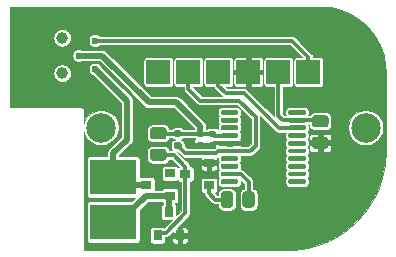
<source format=gtl>
G04 #@! TF.GenerationSoftware,KiCad,Pcbnew,(5.1.9)-1*
G04 #@! TF.CreationDate,2021-06-17T11:01:42+10:00*
G04 #@! TF.ProjectId,Clock_board,436c6f63-6b5f-4626-9f61-72642e6b6963,rev?*
G04 #@! TF.SameCoordinates,PX6f6d640PY5734380*
G04 #@! TF.FileFunction,Copper,L1,Top*
G04 #@! TF.FilePolarity,Positive*
%FSLAX46Y46*%
G04 Gerber Fmt 4.6, Leading zero omitted, Abs format (unit mm)*
G04 Created by KiCad (PCBNEW (5.1.9)-1) date 2021-06-17 11:01:42*
%MOMM*%
%LPD*%
G01*
G04 APERTURE LIST*
G04 #@! TA.AperFunction,SMDPad,CuDef*
%ADD10R,4.016000X3.000000*%
G04 #@! TD*
G04 #@! TA.AperFunction,ComponentPad*
%ADD11C,1.000000*%
G04 #@! TD*
G04 #@! TA.AperFunction,ComponentPad*
%ADD12C,2.500000*%
G04 #@! TD*
G04 #@! TA.AperFunction,SMDPad,CuDef*
%ADD13R,2.000000X2.000000*%
G04 #@! TD*
G04 #@! TA.AperFunction,SMDPad,CuDef*
%ADD14R,0.800000X0.900000*%
G04 #@! TD*
G04 #@! TA.AperFunction,SMDPad,CuDef*
%ADD15R,0.900000X0.800000*%
G04 #@! TD*
G04 #@! TA.AperFunction,ViaPad*
%ADD16C,0.600000*%
G04 #@! TD*
G04 #@! TA.AperFunction,Conductor*
%ADD17C,0.300000*%
G04 #@! TD*
G04 #@! TA.AperFunction,Conductor*
%ADD18C,0.250000*%
G04 #@! TD*
G04 #@! TA.AperFunction,Conductor*
%ADD19C,0.500000*%
G04 #@! TD*
G04 #@! TA.AperFunction,Conductor*
%ADD20C,0.100000*%
G04 #@! TD*
G04 #@! TA.AperFunction,Conductor*
%ADD21C,0.150000*%
G04 #@! TD*
G04 APERTURE END LIST*
D10*
X8890000Y6350000D03*
X8890000Y2540000D03*
D11*
X4572000Y15137000D03*
X4572000Y18137000D03*
D12*
X7850000Y10541000D03*
X30250000Y10541000D03*
G04 #@! TA.AperFunction,SMDPad,CuDef*
G36*
G01*
X12249998Y8744000D02*
X13150002Y8744000D01*
G75*
G02*
X13400000Y8494002I0J-249998D01*
G01*
X13400000Y7968998D01*
G75*
G02*
X13150002Y7719000I-249998J0D01*
G01*
X12249998Y7719000D01*
G75*
G02*
X12000000Y7968998I0J249998D01*
G01*
X12000000Y8494002D01*
G75*
G02*
X12249998Y8744000I249998J0D01*
G01*
G37*
G04 #@! TD.AperFunction*
G04 #@! TA.AperFunction,SMDPad,CuDef*
G36*
G01*
X12249998Y10569000D02*
X13150002Y10569000D01*
G75*
G02*
X13400000Y10319002I0J-249998D01*
G01*
X13400000Y9793998D01*
G75*
G02*
X13150002Y9544000I-249998J0D01*
G01*
X12249998Y9544000D01*
G75*
G02*
X12000000Y9793998I0J249998D01*
G01*
X12000000Y10319002D01*
G75*
G02*
X12249998Y10569000I249998J0D01*
G01*
G37*
G04 #@! TD.AperFunction*
D13*
X12700000Y15240000D03*
X15240000Y15240000D03*
X17780000Y15240000D03*
X20320000Y15240000D03*
X22860000Y15240000D03*
X25400000Y15240000D03*
G04 #@! TA.AperFunction,SMDPad,CuDef*
G36*
G01*
X19831000Y3994998D02*
X19831000Y4895002D01*
G75*
G02*
X20080998Y5145000I249998J0D01*
G01*
X20606002Y5145000D01*
G75*
G02*
X20856000Y4895002I0J-249998D01*
G01*
X20856000Y3994998D01*
G75*
G02*
X20606002Y3745000I-249998J0D01*
G01*
X20080998Y3745000D01*
G75*
G02*
X19831000Y3994998I0J249998D01*
G01*
G37*
G04 #@! TD.AperFunction*
G04 #@! TA.AperFunction,SMDPad,CuDef*
G36*
G01*
X18006000Y3994998D02*
X18006000Y4895002D01*
G75*
G02*
X18255998Y5145000I249998J0D01*
G01*
X18781002Y5145000D01*
G75*
G02*
X19031000Y4895002I0J-249998D01*
G01*
X19031000Y3994998D01*
G75*
G02*
X18781002Y3745000I-249998J0D01*
G01*
X18255998Y3745000D01*
G75*
G02*
X18006000Y3994998I0J249998D01*
G01*
G37*
G04 #@! TD.AperFunction*
G04 #@! TA.AperFunction,SMDPad,CuDef*
G36*
G01*
X25965998Y9760000D02*
X26866002Y9760000D01*
G75*
G02*
X27116000Y9510002I0J-249998D01*
G01*
X27116000Y8984998D01*
G75*
G02*
X26866002Y8735000I-249998J0D01*
G01*
X25965998Y8735000D01*
G75*
G02*
X25716000Y8984998I0J249998D01*
G01*
X25716000Y9510002D01*
G75*
G02*
X25965998Y9760000I249998J0D01*
G01*
G37*
G04 #@! TD.AperFunction*
G04 #@! TA.AperFunction,SMDPad,CuDef*
G36*
G01*
X25965998Y11585000D02*
X26866002Y11585000D01*
G75*
G02*
X27116000Y11335002I0J-249998D01*
G01*
X27116000Y10809998D01*
G75*
G02*
X26866002Y10560000I-249998J0D01*
G01*
X25965998Y10560000D01*
G75*
G02*
X25716000Y10809998I0J249998D01*
G01*
X25716000Y11335002D01*
G75*
G02*
X25965998Y11585000I249998J0D01*
G01*
G37*
G04 #@! TD.AperFunction*
G04 #@! TA.AperFunction,SMDPad,CuDef*
G36*
G01*
X14166000Y9285000D02*
X14536000Y9285000D01*
G75*
G02*
X14671000Y9150000I0J-135000D01*
G01*
X14671000Y8880000D01*
G75*
G02*
X14536000Y8745000I-135000J0D01*
G01*
X14166000Y8745000D01*
G75*
G02*
X14031000Y8880000I0J135000D01*
G01*
X14031000Y9150000D01*
G75*
G02*
X14166000Y9285000I135000J0D01*
G01*
G37*
G04 #@! TD.AperFunction*
G04 #@! TA.AperFunction,SMDPad,CuDef*
G36*
G01*
X14166000Y10305000D02*
X14536000Y10305000D01*
G75*
G02*
X14671000Y10170000I0J-135000D01*
G01*
X14671000Y9900000D01*
G75*
G02*
X14536000Y9765000I-135000J0D01*
G01*
X14166000Y9765000D01*
G75*
G02*
X14031000Y9900000I0J135000D01*
G01*
X14031000Y10170000D01*
G75*
G02*
X14166000Y10305000I135000J0D01*
G01*
G37*
G04 #@! TD.AperFunction*
D14*
X13589000Y3413000D03*
X14539000Y1413000D03*
X12639000Y1413000D03*
D15*
X15002000Y6604000D03*
X17002000Y7554000D03*
X17002000Y5654000D03*
G04 #@! TA.AperFunction,SMDPad,CuDef*
G36*
G01*
X23715000Y11715000D02*
X23715000Y11915000D01*
G75*
G02*
X23815000Y12015000I100000J0D01*
G01*
X25090000Y12015000D01*
G75*
G02*
X25190000Y11915000I0J-100000D01*
G01*
X25190000Y11715000D01*
G75*
G02*
X25090000Y11615000I-100000J0D01*
G01*
X23815000Y11615000D01*
G75*
G02*
X23715000Y11715000I0J100000D01*
G01*
G37*
G04 #@! TD.AperFunction*
G04 #@! TA.AperFunction,SMDPad,CuDef*
G36*
G01*
X23715000Y11065000D02*
X23715000Y11265000D01*
G75*
G02*
X23815000Y11365000I100000J0D01*
G01*
X25090000Y11365000D01*
G75*
G02*
X25190000Y11265000I0J-100000D01*
G01*
X25190000Y11065000D01*
G75*
G02*
X25090000Y10965000I-100000J0D01*
G01*
X23815000Y10965000D01*
G75*
G02*
X23715000Y11065000I0J100000D01*
G01*
G37*
G04 #@! TD.AperFunction*
G04 #@! TA.AperFunction,SMDPad,CuDef*
G36*
G01*
X23715000Y10415000D02*
X23715000Y10615000D01*
G75*
G02*
X23815000Y10715000I100000J0D01*
G01*
X25090000Y10715000D01*
G75*
G02*
X25190000Y10615000I0J-100000D01*
G01*
X25190000Y10415000D01*
G75*
G02*
X25090000Y10315000I-100000J0D01*
G01*
X23815000Y10315000D01*
G75*
G02*
X23715000Y10415000I0J100000D01*
G01*
G37*
G04 #@! TD.AperFunction*
G04 #@! TA.AperFunction,SMDPad,CuDef*
G36*
G01*
X23715000Y9765000D02*
X23715000Y9965000D01*
G75*
G02*
X23815000Y10065000I100000J0D01*
G01*
X25090000Y10065000D01*
G75*
G02*
X25190000Y9965000I0J-100000D01*
G01*
X25190000Y9765000D01*
G75*
G02*
X25090000Y9665000I-100000J0D01*
G01*
X23815000Y9665000D01*
G75*
G02*
X23715000Y9765000I0J100000D01*
G01*
G37*
G04 #@! TD.AperFunction*
G04 #@! TA.AperFunction,SMDPad,CuDef*
G36*
G01*
X23715000Y9115000D02*
X23715000Y9315000D01*
G75*
G02*
X23815000Y9415000I100000J0D01*
G01*
X25090000Y9415000D01*
G75*
G02*
X25190000Y9315000I0J-100000D01*
G01*
X25190000Y9115000D01*
G75*
G02*
X25090000Y9015000I-100000J0D01*
G01*
X23815000Y9015000D01*
G75*
G02*
X23715000Y9115000I0J100000D01*
G01*
G37*
G04 #@! TD.AperFunction*
G04 #@! TA.AperFunction,SMDPad,CuDef*
G36*
G01*
X23715000Y8465000D02*
X23715000Y8665000D01*
G75*
G02*
X23815000Y8765000I100000J0D01*
G01*
X25090000Y8765000D01*
G75*
G02*
X25190000Y8665000I0J-100000D01*
G01*
X25190000Y8465000D01*
G75*
G02*
X25090000Y8365000I-100000J0D01*
G01*
X23815000Y8365000D01*
G75*
G02*
X23715000Y8465000I0J100000D01*
G01*
G37*
G04 #@! TD.AperFunction*
G04 #@! TA.AperFunction,SMDPad,CuDef*
G36*
G01*
X23715000Y7815000D02*
X23715000Y8015000D01*
G75*
G02*
X23815000Y8115000I100000J0D01*
G01*
X25090000Y8115000D01*
G75*
G02*
X25190000Y8015000I0J-100000D01*
G01*
X25190000Y7815000D01*
G75*
G02*
X25090000Y7715000I-100000J0D01*
G01*
X23815000Y7715000D01*
G75*
G02*
X23715000Y7815000I0J100000D01*
G01*
G37*
G04 #@! TD.AperFunction*
G04 #@! TA.AperFunction,SMDPad,CuDef*
G36*
G01*
X23715000Y7165000D02*
X23715000Y7365000D01*
G75*
G02*
X23815000Y7465000I100000J0D01*
G01*
X25090000Y7465000D01*
G75*
G02*
X25190000Y7365000I0J-100000D01*
G01*
X25190000Y7165000D01*
G75*
G02*
X25090000Y7065000I-100000J0D01*
G01*
X23815000Y7065000D01*
G75*
G02*
X23715000Y7165000I0J100000D01*
G01*
G37*
G04 #@! TD.AperFunction*
G04 #@! TA.AperFunction,SMDPad,CuDef*
G36*
G01*
X23715000Y6515000D02*
X23715000Y6715000D01*
G75*
G02*
X23815000Y6815000I100000J0D01*
G01*
X25090000Y6815000D01*
G75*
G02*
X25190000Y6715000I0J-100000D01*
G01*
X25190000Y6515000D01*
G75*
G02*
X25090000Y6415000I-100000J0D01*
G01*
X23815000Y6415000D01*
G75*
G02*
X23715000Y6515000I0J100000D01*
G01*
G37*
G04 #@! TD.AperFunction*
G04 #@! TA.AperFunction,SMDPad,CuDef*
G36*
G01*
X23715000Y5865000D02*
X23715000Y6065000D01*
G75*
G02*
X23815000Y6165000I100000J0D01*
G01*
X25090000Y6165000D01*
G75*
G02*
X25190000Y6065000I0J-100000D01*
G01*
X25190000Y5865000D01*
G75*
G02*
X25090000Y5765000I-100000J0D01*
G01*
X23815000Y5765000D01*
G75*
G02*
X23715000Y5865000I0J100000D01*
G01*
G37*
G04 #@! TD.AperFunction*
G04 #@! TA.AperFunction,SMDPad,CuDef*
G36*
G01*
X17990000Y5865000D02*
X17990000Y6065000D01*
G75*
G02*
X18090000Y6165000I100000J0D01*
G01*
X19365000Y6165000D01*
G75*
G02*
X19465000Y6065000I0J-100000D01*
G01*
X19465000Y5865000D01*
G75*
G02*
X19365000Y5765000I-100000J0D01*
G01*
X18090000Y5765000D01*
G75*
G02*
X17990000Y5865000I0J100000D01*
G01*
G37*
G04 #@! TD.AperFunction*
G04 #@! TA.AperFunction,SMDPad,CuDef*
G36*
G01*
X17990000Y6515000D02*
X17990000Y6715000D01*
G75*
G02*
X18090000Y6815000I100000J0D01*
G01*
X19365000Y6815000D01*
G75*
G02*
X19465000Y6715000I0J-100000D01*
G01*
X19465000Y6515000D01*
G75*
G02*
X19365000Y6415000I-100000J0D01*
G01*
X18090000Y6415000D01*
G75*
G02*
X17990000Y6515000I0J100000D01*
G01*
G37*
G04 #@! TD.AperFunction*
G04 #@! TA.AperFunction,SMDPad,CuDef*
G36*
G01*
X17990000Y7165000D02*
X17990000Y7365000D01*
G75*
G02*
X18090000Y7465000I100000J0D01*
G01*
X19365000Y7465000D01*
G75*
G02*
X19465000Y7365000I0J-100000D01*
G01*
X19465000Y7165000D01*
G75*
G02*
X19365000Y7065000I-100000J0D01*
G01*
X18090000Y7065000D01*
G75*
G02*
X17990000Y7165000I0J100000D01*
G01*
G37*
G04 #@! TD.AperFunction*
G04 #@! TA.AperFunction,SMDPad,CuDef*
G36*
G01*
X17990000Y7815000D02*
X17990000Y8015000D01*
G75*
G02*
X18090000Y8115000I100000J0D01*
G01*
X19365000Y8115000D01*
G75*
G02*
X19465000Y8015000I0J-100000D01*
G01*
X19465000Y7815000D01*
G75*
G02*
X19365000Y7715000I-100000J0D01*
G01*
X18090000Y7715000D01*
G75*
G02*
X17990000Y7815000I0J100000D01*
G01*
G37*
G04 #@! TD.AperFunction*
G04 #@! TA.AperFunction,SMDPad,CuDef*
G36*
G01*
X17990000Y8465000D02*
X17990000Y8665000D01*
G75*
G02*
X18090000Y8765000I100000J0D01*
G01*
X19365000Y8765000D01*
G75*
G02*
X19465000Y8665000I0J-100000D01*
G01*
X19465000Y8465000D01*
G75*
G02*
X19365000Y8365000I-100000J0D01*
G01*
X18090000Y8365000D01*
G75*
G02*
X17990000Y8465000I0J100000D01*
G01*
G37*
G04 #@! TD.AperFunction*
G04 #@! TA.AperFunction,SMDPad,CuDef*
G36*
G01*
X17990000Y9115000D02*
X17990000Y9315000D01*
G75*
G02*
X18090000Y9415000I100000J0D01*
G01*
X19365000Y9415000D01*
G75*
G02*
X19465000Y9315000I0J-100000D01*
G01*
X19465000Y9115000D01*
G75*
G02*
X19365000Y9015000I-100000J0D01*
G01*
X18090000Y9015000D01*
G75*
G02*
X17990000Y9115000I0J100000D01*
G01*
G37*
G04 #@! TD.AperFunction*
G04 #@! TA.AperFunction,SMDPad,CuDef*
G36*
G01*
X17990000Y9765000D02*
X17990000Y9965000D01*
G75*
G02*
X18090000Y10065000I100000J0D01*
G01*
X19365000Y10065000D01*
G75*
G02*
X19465000Y9965000I0J-100000D01*
G01*
X19465000Y9765000D01*
G75*
G02*
X19365000Y9665000I-100000J0D01*
G01*
X18090000Y9665000D01*
G75*
G02*
X17990000Y9765000I0J100000D01*
G01*
G37*
G04 #@! TD.AperFunction*
G04 #@! TA.AperFunction,SMDPad,CuDef*
G36*
G01*
X17990000Y10415000D02*
X17990000Y10615000D01*
G75*
G02*
X18090000Y10715000I100000J0D01*
G01*
X19365000Y10715000D01*
G75*
G02*
X19465000Y10615000I0J-100000D01*
G01*
X19465000Y10415000D01*
G75*
G02*
X19365000Y10315000I-100000J0D01*
G01*
X18090000Y10315000D01*
G75*
G02*
X17990000Y10415000I0J100000D01*
G01*
G37*
G04 #@! TD.AperFunction*
G04 #@! TA.AperFunction,SMDPad,CuDef*
G36*
G01*
X17990000Y11065000D02*
X17990000Y11265000D01*
G75*
G02*
X18090000Y11365000I100000J0D01*
G01*
X19365000Y11365000D01*
G75*
G02*
X19465000Y11265000I0J-100000D01*
G01*
X19465000Y11065000D01*
G75*
G02*
X19365000Y10965000I-100000J0D01*
G01*
X18090000Y10965000D01*
G75*
G02*
X17990000Y11065000I0J100000D01*
G01*
G37*
G04 #@! TD.AperFunction*
G04 #@! TA.AperFunction,SMDPad,CuDef*
G36*
G01*
X17990000Y11715000D02*
X17990000Y11915000D01*
G75*
G02*
X18090000Y12015000I100000J0D01*
G01*
X19365000Y12015000D01*
G75*
G02*
X19465000Y11915000I0J-100000D01*
G01*
X19465000Y11715000D01*
G75*
G02*
X19365000Y11615000I-100000J0D01*
G01*
X18090000Y11615000D01*
G75*
G02*
X17990000Y11715000I0J100000D01*
G01*
G37*
G04 #@! TD.AperFunction*
X11700000Y5715000D03*
X13700000Y6665000D03*
X13700000Y4765000D03*
G04 #@! TA.AperFunction,SMDPad,CuDef*
G36*
G01*
X16086000Y9325000D02*
X16426000Y9325000D01*
G75*
G02*
X16566000Y9185000I0J-140000D01*
G01*
X16566000Y8905000D01*
G75*
G02*
X16426000Y8765000I-140000J0D01*
G01*
X16086000Y8765000D01*
G75*
G02*
X15946000Y8905000I0J140000D01*
G01*
X15946000Y9185000D01*
G75*
G02*
X16086000Y9325000I140000J0D01*
G01*
G37*
G04 #@! TD.AperFunction*
G04 #@! TA.AperFunction,SMDPad,CuDef*
G36*
G01*
X16086000Y10285000D02*
X16426000Y10285000D01*
G75*
G02*
X16566000Y10145000I0J-140000D01*
G01*
X16566000Y9865000D01*
G75*
G02*
X16426000Y9725000I-140000J0D01*
G01*
X16086000Y9725000D01*
G75*
G02*
X15946000Y9865000I0J140000D01*
G01*
X15946000Y10145000D01*
G75*
G02*
X16086000Y10285000I140000J0D01*
G01*
G37*
G04 #@! TD.AperFunction*
G04 #@! TA.AperFunction,SMDPad,CuDef*
G36*
G01*
X17102000Y9325000D02*
X17442000Y9325000D01*
G75*
G02*
X17582000Y9185000I0J-140000D01*
G01*
X17582000Y8905000D01*
G75*
G02*
X17442000Y8765000I-140000J0D01*
G01*
X17102000Y8765000D01*
G75*
G02*
X16962000Y8905000I0J140000D01*
G01*
X16962000Y9185000D01*
G75*
G02*
X17102000Y9325000I140000J0D01*
G01*
G37*
G04 #@! TD.AperFunction*
G04 #@! TA.AperFunction,SMDPad,CuDef*
G36*
G01*
X17102000Y10285000D02*
X17442000Y10285000D01*
G75*
G02*
X17582000Y10145000I0J-140000D01*
G01*
X17582000Y9865000D01*
G75*
G02*
X17442000Y9725000I-140000J0D01*
G01*
X17102000Y9725000D01*
G75*
G02*
X16962000Y9865000I0J140000D01*
G01*
X16962000Y10145000D01*
G75*
G02*
X17102000Y10285000I140000J0D01*
G01*
G37*
G04 #@! TD.AperFunction*
D16*
X26162000Y8001000D03*
X15748000Y1397000D03*
X21717000Y13208000D03*
X16002000Y7493000D03*
X15367000Y9144000D03*
X20066000Y9398000D03*
X5969000Y16637000D03*
X7366000Y17907000D03*
X7366000Y15494000D03*
D17*
X17442000Y9215000D02*
X18727500Y9215000D01*
X17272000Y9045000D02*
X17442000Y9215000D01*
X16256000Y10005000D02*
X17272000Y10005000D01*
X17412000Y9865000D02*
X17272000Y10005000D01*
X18727500Y9865000D02*
X17412000Y9865000D01*
X16226000Y10035000D02*
X16256000Y10005000D01*
X15240000Y10035000D02*
X16226000Y10035000D01*
X15240000Y10035000D02*
X14351000Y10035000D01*
X12721500Y10035000D02*
X12700000Y10056500D01*
X14351000Y10035000D02*
X12721500Y10035000D01*
D18*
X9525000Y5715000D02*
X8890000Y6350000D01*
D19*
X11700000Y5715000D02*
X9525000Y5715000D01*
D17*
X25400000Y15240000D02*
X25400000Y16510000D01*
X25400000Y16510000D02*
X24003000Y17907000D01*
D19*
X10033000Y12827000D02*
X7366000Y15494000D01*
X10033000Y9525000D02*
X10033000Y12827000D01*
X8890000Y8382000D02*
X10033000Y9525000D01*
X8890000Y6350000D02*
X8890000Y8382000D01*
D17*
X24003000Y17907000D02*
X7366000Y17907000D01*
D19*
X7937500Y16637000D02*
X5969000Y16637000D01*
X11874500Y12700000D02*
X7937500Y16637000D01*
X14224000Y12700000D02*
X11874500Y12700000D01*
X16256000Y10668000D02*
X14224000Y12700000D01*
X16256000Y10005000D02*
X16256000Y10668000D01*
D18*
X13589000Y4654000D02*
X13700000Y4765000D01*
D19*
X13589000Y3413000D02*
X13589000Y4654000D01*
X11623000Y4765000D02*
X9906000Y3048000D01*
X13700000Y4765000D02*
X11623000Y4765000D01*
D17*
X24452500Y11165000D02*
X23252000Y11165000D01*
X23252000Y11165000D02*
X22860000Y11557000D01*
X22860000Y11557000D02*
X22860000Y13970000D01*
X26323500Y11165000D02*
X26416000Y11072500D01*
X24452500Y11165000D02*
X26323500Y11165000D01*
X22860000Y13970000D02*
X22860000Y15240000D01*
X22886000Y10515000D02*
X24452500Y10515000D01*
X19939000Y13462000D02*
X22886000Y10515000D01*
X17780000Y14097000D02*
X18415000Y13462000D01*
X18415000Y13462000D02*
X19939000Y13462000D01*
X17780000Y15240000D02*
X17780000Y14097000D01*
X14984000Y8382000D02*
X14351000Y9015000D01*
X17611980Y8382000D02*
X14984000Y8382000D01*
X17794980Y8565000D02*
X17611980Y8382000D01*
X18727500Y8565000D02*
X17794980Y8565000D01*
X15240000Y13843000D02*
X15240000Y15240000D01*
X16256000Y12827000D02*
X15240000Y13843000D01*
X20955000Y11430000D02*
X19558000Y12827000D01*
X19558000Y12827000D02*
X16256000Y12827000D01*
X20955000Y9017000D02*
X20955000Y11430000D01*
X20503000Y8565000D02*
X20955000Y9017000D01*
X18727500Y8565000D02*
X20503000Y8565000D01*
X15002000Y7223000D02*
X15002000Y6604000D01*
X13993500Y8231500D02*
X15002000Y7223000D01*
X12700000Y8231500D02*
X13993500Y8231500D01*
X13335000Y1651000D02*
X12700000Y1651000D01*
X15002000Y3318000D02*
X13335000Y1651000D01*
X15002000Y6604000D02*
X15002000Y3318000D01*
X17002000Y4969000D02*
X17002000Y5654000D01*
X17526000Y4445000D02*
X17002000Y4969000D01*
X18518500Y4445000D02*
X17526000Y4445000D01*
X18727500Y6615000D02*
X19674000Y6615000D01*
X20343500Y5945500D02*
X20343500Y4445000D01*
X19674000Y6615000D02*
X20343500Y5945500D01*
D20*
X27320729Y20705027D02*
X28201166Y20483877D01*
X29033651Y20121902D01*
X29795846Y19628816D01*
X30467266Y19017870D01*
X31029895Y18305458D01*
X31468606Y17510732D01*
X31771631Y16655019D01*
X31931364Y15758283D01*
X31956000Y15235870D01*
X31956001Y8514976D01*
X31878489Y7378000D01*
X31648605Y6267931D01*
X31270196Y5199334D01*
X30750257Y4191972D01*
X30098419Y3264500D01*
X29326739Y2434073D01*
X28449491Y1716055D01*
X27482923Y1123740D01*
X26444906Y668083D01*
X25354649Y357515D01*
X24229602Y197397D01*
X23618805Y175000D01*
X6398000Y175000D01*
X6398000Y10151950D01*
X6407644Y10103466D01*
X6520717Y9830483D01*
X6684874Y9584806D01*
X6893806Y9375874D01*
X7139483Y9211717D01*
X7412466Y9098644D01*
X7702263Y9041000D01*
X7997737Y9041000D01*
X8287534Y9098644D01*
X8560517Y9211717D01*
X8806194Y9375874D01*
X9015126Y9584806D01*
X9179283Y9830483D01*
X9292356Y10103466D01*
X9350000Y10393263D01*
X9350000Y10688737D01*
X9292356Y10978534D01*
X9179283Y11251517D01*
X9015126Y11497194D01*
X8806194Y11706126D01*
X8560517Y11870283D01*
X8287534Y11983356D01*
X7997737Y12041000D01*
X7702263Y12041000D01*
X7412466Y11983356D01*
X7139483Y11870283D01*
X6893806Y11706126D01*
X6684874Y11497194D01*
X6520717Y11251517D01*
X6407644Y10978534D01*
X6398000Y10930050D01*
X6398000Y12056412D01*
X6398846Y12065000D01*
X6395467Y12099306D01*
X6385461Y12132293D01*
X6369211Y12162695D01*
X6347342Y12189342D01*
X6320695Y12211211D01*
X6290293Y12227461D01*
X6257306Y12237467D01*
X6231589Y12240000D01*
X6223000Y12240846D01*
X6214411Y12240000D01*
X175000Y12240000D01*
X175000Y15210869D01*
X3822000Y15210869D01*
X3822000Y15063131D01*
X3850822Y14918233D01*
X3907359Y14781742D01*
X3989437Y14658903D01*
X4093903Y14554437D01*
X4216742Y14472359D01*
X4353233Y14415822D01*
X4498131Y14387000D01*
X4645869Y14387000D01*
X4790767Y14415822D01*
X4927258Y14472359D01*
X5050097Y14554437D01*
X5154563Y14658903D01*
X5236641Y14781742D01*
X5293178Y14918233D01*
X5322000Y15063131D01*
X5322000Y15210869D01*
X5293178Y15355767D01*
X5236641Y15492258D01*
X5154563Y15615097D01*
X5050097Y15719563D01*
X4927258Y15801641D01*
X4790767Y15858178D01*
X4645869Y15887000D01*
X4498131Y15887000D01*
X4353233Y15858178D01*
X4216742Y15801641D01*
X4093903Y15719563D01*
X3989437Y15615097D01*
X3907359Y15492258D01*
X3850822Y15355767D01*
X3822000Y15210869D01*
X175000Y15210869D01*
X175000Y16691170D01*
X5419000Y16691170D01*
X5419000Y16582830D01*
X5440136Y16476571D01*
X5481597Y16376477D01*
X5541787Y16286396D01*
X5618396Y16209787D01*
X5708477Y16149597D01*
X5808571Y16108136D01*
X5914830Y16087000D01*
X6023170Y16087000D01*
X6129429Y16108136D01*
X6199112Y16137000D01*
X7730395Y16137000D01*
X11503579Y12363814D01*
X11519236Y12344736D01*
X11595371Y12282254D01*
X11682233Y12235825D01*
X11763376Y12211211D01*
X11776483Y12207235D01*
X11874500Y12197581D01*
X11899060Y12200000D01*
X14016895Y12200000D01*
X15756001Y10460893D01*
X15756001Y10435000D01*
X14815731Y10435000D01*
X14809091Y10443091D01*
X14750566Y10491121D01*
X14683796Y10526811D01*
X14611346Y10548788D01*
X14536000Y10556209D01*
X14166000Y10556209D01*
X14090654Y10548788D01*
X14018204Y10526811D01*
X13951434Y10491121D01*
X13892909Y10443091D01*
X13886269Y10435000D01*
X13636052Y10435000D01*
X13613057Y10510806D01*
X13566740Y10597458D01*
X13504409Y10673409D01*
X13428458Y10735740D01*
X13341806Y10782057D01*
X13247783Y10810578D01*
X13150002Y10820209D01*
X12249998Y10820209D01*
X12152217Y10810578D01*
X12058194Y10782057D01*
X11971542Y10735740D01*
X11895591Y10673409D01*
X11833260Y10597458D01*
X11786943Y10510806D01*
X11758422Y10416783D01*
X11748791Y10319002D01*
X11748791Y9793998D01*
X11758422Y9696217D01*
X11786943Y9602194D01*
X11833260Y9515542D01*
X11895591Y9439591D01*
X11971542Y9377260D01*
X12058194Y9330943D01*
X12152217Y9302422D01*
X12249998Y9292791D01*
X13150002Y9292791D01*
X13247783Y9302422D01*
X13341806Y9330943D01*
X13428458Y9377260D01*
X13504409Y9439591D01*
X13566740Y9515542D01*
X13613057Y9602194D01*
X13623008Y9635000D01*
X13886269Y9635000D01*
X13892909Y9626909D01*
X13951434Y9578879D01*
X14018204Y9543189D01*
X14078166Y9525000D01*
X14018204Y9506811D01*
X13951434Y9471121D01*
X13892909Y9423091D01*
X13844879Y9364566D01*
X13809189Y9297796D01*
X13787212Y9225346D01*
X13779791Y9150000D01*
X13779791Y8880000D01*
X13787212Y8804654D01*
X13809189Y8732204D01*
X13844879Y8665434D01*
X13872728Y8631500D01*
X13629530Y8631500D01*
X13613057Y8685806D01*
X13566740Y8772458D01*
X13504409Y8848409D01*
X13428458Y8910740D01*
X13341806Y8957057D01*
X13247783Y8985578D01*
X13150002Y8995209D01*
X12249998Y8995209D01*
X12152217Y8985578D01*
X12058194Y8957057D01*
X11971542Y8910740D01*
X11895591Y8848409D01*
X11833260Y8772458D01*
X11786943Y8685806D01*
X11758422Y8591783D01*
X11748791Y8494002D01*
X11748791Y7968998D01*
X11758422Y7871217D01*
X11786943Y7777194D01*
X11833260Y7690542D01*
X11895591Y7614591D01*
X11971542Y7552260D01*
X12058194Y7505943D01*
X12152217Y7477422D01*
X12249998Y7467791D01*
X13150002Y7467791D01*
X13247783Y7477422D01*
X13341806Y7505943D01*
X13428458Y7552260D01*
X13504409Y7614591D01*
X13566740Y7690542D01*
X13613057Y7777194D01*
X13629530Y7831500D01*
X13827815Y7831500D01*
X14434597Y7224718D01*
X14412436Y7212873D01*
X14374368Y7181632D01*
X14372407Y7179243D01*
X14358873Y7204564D01*
X14327632Y7242632D01*
X14289564Y7273873D01*
X14246134Y7297087D01*
X14199008Y7311382D01*
X14150000Y7316209D01*
X13250000Y7316209D01*
X13200992Y7311382D01*
X13153866Y7297087D01*
X13110436Y7273873D01*
X13072368Y7242632D01*
X13041127Y7204564D01*
X13017913Y7161134D01*
X13003618Y7114008D01*
X12998791Y7065000D01*
X12998791Y6265000D01*
X13003618Y6215992D01*
X13017913Y6168866D01*
X13041127Y6125436D01*
X13072368Y6087368D01*
X13110436Y6056127D01*
X13153866Y6032913D01*
X13200992Y6018618D01*
X13250000Y6013791D01*
X14150000Y6013791D01*
X14199008Y6018618D01*
X14246134Y6032913D01*
X14289564Y6056127D01*
X14327632Y6087368D01*
X14329593Y6089757D01*
X14343127Y6064436D01*
X14374368Y6026368D01*
X14412436Y5995127D01*
X14455866Y5971913D01*
X14502992Y5957618D01*
X14552000Y5952791D01*
X14602000Y5952791D01*
X14602001Y3483687D01*
X14240209Y3121895D01*
X14240209Y3863000D01*
X14235382Y3912008D01*
X14221087Y3959134D01*
X14197873Y4002564D01*
X14166632Y4040632D01*
X14128564Y4071873D01*
X14089000Y4093021D01*
X14089000Y4113791D01*
X14150000Y4113791D01*
X14199008Y4118618D01*
X14246134Y4132913D01*
X14289564Y4156127D01*
X14327632Y4187368D01*
X14358873Y4225436D01*
X14382087Y4268866D01*
X14396382Y4315992D01*
X14401209Y4365000D01*
X14401209Y5165000D01*
X14396382Y5214008D01*
X14382087Y5261134D01*
X14358873Y5304564D01*
X14327632Y5342632D01*
X14289564Y5373873D01*
X14246134Y5397087D01*
X14199008Y5411382D01*
X14150000Y5416209D01*
X13250000Y5416209D01*
X13200992Y5411382D01*
X13153866Y5397087D01*
X13110436Y5373873D01*
X13072368Y5342632D01*
X13041127Y5304564D01*
X13019979Y5265000D01*
X12396081Y5265000D01*
X12396382Y5265992D01*
X12401209Y5315000D01*
X12401209Y6115000D01*
X12396382Y6164008D01*
X12382087Y6211134D01*
X12358873Y6254564D01*
X12327632Y6292632D01*
X12289564Y6323873D01*
X12246134Y6347087D01*
X12199008Y6361382D01*
X12150000Y6366209D01*
X11250000Y6366209D01*
X11200992Y6361382D01*
X11153866Y6347087D01*
X11149209Y6344598D01*
X11149209Y7850000D01*
X11144382Y7899008D01*
X11130087Y7946134D01*
X11106873Y7989564D01*
X11075632Y8027632D01*
X11037564Y8058873D01*
X10994134Y8082087D01*
X10947008Y8096382D01*
X10898000Y8101209D01*
X9390000Y8101209D01*
X9390000Y8174895D01*
X10369181Y9154075D01*
X10388264Y9169736D01*
X10450746Y9245871D01*
X10497175Y9332733D01*
X10525765Y9426983D01*
X10533000Y9500440D01*
X10533000Y9500441D01*
X10535419Y9524999D01*
X10533000Y9549557D01*
X10533000Y12802440D01*
X10535419Y12827000D01*
X10525765Y12925017D01*
X10497175Y13019267D01*
X10450746Y13106129D01*
X10388264Y13182264D01*
X10369187Y13197920D01*
X7882269Y15684837D01*
X7853403Y15754523D01*
X7793213Y15844604D01*
X7716604Y15921213D01*
X7626523Y15981403D01*
X7526429Y16022864D01*
X7420170Y16044000D01*
X7311830Y16044000D01*
X7205571Y16022864D01*
X7105477Y15981403D01*
X7015396Y15921213D01*
X6938787Y15844604D01*
X6878597Y15754523D01*
X6837136Y15654429D01*
X6816000Y15548170D01*
X6816000Y15439830D01*
X6837136Y15333571D01*
X6878597Y15233477D01*
X6938787Y15143396D01*
X7015396Y15066787D01*
X7105477Y15006597D01*
X7175163Y14977731D01*
X9533001Y12619892D01*
X9533000Y9732106D01*
X8553819Y8752924D01*
X8534737Y8737264D01*
X8472255Y8661129D01*
X8443274Y8606909D01*
X8425826Y8574267D01*
X8397235Y8480017D01*
X8387581Y8382000D01*
X8390001Y8357430D01*
X8390001Y8101209D01*
X6882000Y8101209D01*
X6832992Y8096382D01*
X6785866Y8082087D01*
X6742436Y8058873D01*
X6704368Y8027632D01*
X6673127Y7989564D01*
X6649913Y7946134D01*
X6635618Y7899008D01*
X6630791Y7850000D01*
X6630791Y4850000D01*
X6635618Y4800992D01*
X6649913Y4753866D01*
X6673127Y4710436D01*
X6704368Y4672368D01*
X6742436Y4641127D01*
X6785866Y4617913D01*
X6832992Y4603618D01*
X6882000Y4598791D01*
X10749685Y4598791D01*
X10442103Y4291209D01*
X6882000Y4291209D01*
X6832992Y4286382D01*
X6785866Y4272087D01*
X6742436Y4248873D01*
X6704368Y4217632D01*
X6673127Y4179564D01*
X6649913Y4136134D01*
X6635618Y4089008D01*
X6630791Y4040000D01*
X6630791Y1040000D01*
X6635618Y990992D01*
X6649913Y943866D01*
X6673127Y900436D01*
X6704368Y862368D01*
X6742436Y831127D01*
X6785866Y807913D01*
X6832992Y793618D01*
X6882000Y788791D01*
X10898000Y788791D01*
X10947008Y793618D01*
X10994134Y807913D01*
X11037564Y831127D01*
X11075632Y862368D01*
X11106873Y900436D01*
X11130087Y943866D01*
X11144382Y990992D01*
X11149209Y1040000D01*
X11149209Y3584103D01*
X11830107Y4265000D01*
X13019979Y4265000D01*
X13041127Y4225436D01*
X13072368Y4187368D01*
X13089001Y4173718D01*
X13089001Y4093021D01*
X13049436Y4071873D01*
X13011368Y4040632D01*
X12980127Y4002564D01*
X12956913Y3959134D01*
X12942618Y3912008D01*
X12937791Y3863000D01*
X12937791Y2963000D01*
X12942618Y2913992D01*
X12956913Y2866866D01*
X12980127Y2823436D01*
X13011368Y2785368D01*
X13049436Y2754127D01*
X13092866Y2730913D01*
X13139992Y2716618D01*
X13189000Y2711791D01*
X13830106Y2711791D01*
X13184948Y2066634D01*
X13178564Y2071873D01*
X13135134Y2095087D01*
X13088008Y2109382D01*
X13039000Y2114209D01*
X12239000Y2114209D01*
X12189992Y2109382D01*
X12142866Y2095087D01*
X12099436Y2071873D01*
X12061368Y2040632D01*
X12030127Y2002564D01*
X12006913Y1959134D01*
X11992618Y1912008D01*
X11987791Y1863000D01*
X11987791Y963000D01*
X11992618Y913992D01*
X12006913Y866866D01*
X12030127Y823436D01*
X12061368Y785368D01*
X12099436Y754127D01*
X12142866Y730913D01*
X12189992Y716618D01*
X12239000Y711791D01*
X13039000Y711791D01*
X13088008Y716618D01*
X13135134Y730913D01*
X13178564Y754127D01*
X13216632Y785368D01*
X13247873Y823436D01*
X13271087Y866866D01*
X13285382Y913992D01*
X13290209Y963000D01*
X13887790Y963000D01*
X13892617Y913991D01*
X13906912Y866866D01*
X13930127Y823435D01*
X13961368Y785368D01*
X13999435Y754127D01*
X14042866Y730912D01*
X14089991Y716617D01*
X14139000Y711790D01*
X14276500Y713000D01*
X14339000Y775500D01*
X14339000Y1213000D01*
X14739000Y1213000D01*
X14739000Y775500D01*
X14801500Y713000D01*
X14939000Y711790D01*
X14988009Y716617D01*
X15035134Y730912D01*
X15078565Y754127D01*
X15116632Y785368D01*
X15147873Y823435D01*
X15171088Y866866D01*
X15185383Y913991D01*
X15190210Y963000D01*
X15189000Y1150500D01*
X15126500Y1213000D01*
X14739000Y1213000D01*
X14339000Y1213000D01*
X13951500Y1213000D01*
X13889000Y1150500D01*
X13887790Y963000D01*
X13290209Y963000D01*
X13290209Y1251000D01*
X13315354Y1251000D01*
X13335000Y1249065D01*
X13354646Y1251000D01*
X13354647Y1251000D01*
X13413414Y1256788D01*
X13488814Y1279660D01*
X13558303Y1316803D01*
X13619211Y1366789D01*
X13631737Y1382052D01*
X13907093Y1657407D01*
X13951500Y1613000D01*
X14339000Y1613000D01*
X14339000Y2050500D01*
X14739000Y2050500D01*
X14739000Y1613000D01*
X15126500Y1613000D01*
X15189000Y1675500D01*
X15190210Y1863000D01*
X15185383Y1912009D01*
X15171088Y1959134D01*
X15147873Y2002565D01*
X15116632Y2040632D01*
X15078565Y2071873D01*
X15035134Y2095088D01*
X14988009Y2109383D01*
X14939000Y2114210D01*
X14801500Y2113000D01*
X14739000Y2050500D01*
X14339000Y2050500D01*
X14319593Y2069907D01*
X15270953Y3021267D01*
X15286211Y3033789D01*
X15319088Y3073849D01*
X15336197Y3094697D01*
X15373339Y3164185D01*
X15373340Y3164186D01*
X15396212Y3239586D01*
X15402000Y3298353D01*
X15403935Y3317999D01*
X15402000Y3337646D01*
X15402000Y5952791D01*
X15452000Y5952791D01*
X15501008Y5957618D01*
X15548134Y5971913D01*
X15591564Y5995127D01*
X15629632Y6026368D01*
X15652308Y6054000D01*
X16300791Y6054000D01*
X16300791Y5254000D01*
X16305618Y5204992D01*
X16319913Y5157866D01*
X16343127Y5114436D01*
X16374368Y5076368D01*
X16412436Y5045127D01*
X16455866Y5021913D01*
X16502992Y5007618D01*
X16552000Y5002791D01*
X16602000Y5002791D01*
X16602000Y4988647D01*
X16600065Y4969000D01*
X16602000Y4949354D01*
X16607788Y4890587D01*
X16630660Y4815187D01*
X16667803Y4745698D01*
X16717789Y4684789D01*
X16733052Y4672263D01*
X17229267Y4176047D01*
X17241789Y4160789D01*
X17257047Y4148267D01*
X17257049Y4148265D01*
X17302697Y4110803D01*
X17372185Y4073660D01*
X17447586Y4050788D01*
X17526000Y4043065D01*
X17545646Y4045000D01*
X17754791Y4045000D01*
X17754791Y3994998D01*
X17764422Y3897217D01*
X17792943Y3803194D01*
X17839260Y3716542D01*
X17901591Y3640591D01*
X17977542Y3578260D01*
X18064194Y3531943D01*
X18158217Y3503422D01*
X18255998Y3493791D01*
X18781002Y3493791D01*
X18878783Y3503422D01*
X18972806Y3531943D01*
X19059458Y3578260D01*
X19135409Y3640591D01*
X19197740Y3716542D01*
X19244057Y3803194D01*
X19272578Y3897217D01*
X19282209Y3994998D01*
X19282209Y4895002D01*
X19272578Y4992783D01*
X19244057Y5086806D01*
X19197740Y5173458D01*
X19135409Y5249409D01*
X19059458Y5311740D01*
X18972806Y5358057D01*
X18878783Y5386578D01*
X18781002Y5396209D01*
X18255998Y5396209D01*
X18158217Y5386578D01*
X18064194Y5358057D01*
X17977542Y5311740D01*
X17901591Y5249409D01*
X17839260Y5173458D01*
X17792943Y5086806D01*
X17764422Y4992783D01*
X17754791Y4895002D01*
X17754791Y4845000D01*
X17691686Y4845000D01*
X17522537Y5014149D01*
X17548134Y5021913D01*
X17591564Y5045127D01*
X17629632Y5076368D01*
X17660873Y5114436D01*
X17684087Y5157866D01*
X17698382Y5204992D01*
X17703209Y5254000D01*
X17703209Y6054000D01*
X17698382Y6103008D01*
X17684087Y6150134D01*
X17660873Y6193564D01*
X17629632Y6231632D01*
X17591564Y6262873D01*
X17548134Y6286087D01*
X17501008Y6300382D01*
X17452000Y6305209D01*
X16552000Y6305209D01*
X16502992Y6300382D01*
X16455866Y6286087D01*
X16412436Y6262873D01*
X16374368Y6231632D01*
X16343127Y6193564D01*
X16319913Y6150134D01*
X16305618Y6103008D01*
X16300791Y6054000D01*
X15652308Y6054000D01*
X15660873Y6064436D01*
X15684087Y6107866D01*
X15698382Y6154992D01*
X15703209Y6204000D01*
X15703209Y7004000D01*
X15698382Y7053008D01*
X15684087Y7100134D01*
X15660873Y7143564D01*
X15652309Y7154000D01*
X16300790Y7154000D01*
X16305617Y7104991D01*
X16319912Y7057866D01*
X16343127Y7014435D01*
X16374368Y6976368D01*
X16412435Y6945127D01*
X16455866Y6921912D01*
X16502991Y6907617D01*
X16552000Y6902790D01*
X16739500Y6904000D01*
X16802000Y6966500D01*
X16802000Y7354000D01*
X17202000Y7354000D01*
X17202000Y6966500D01*
X17264500Y6904000D01*
X17452000Y6902790D01*
X17501009Y6907617D01*
X17548134Y6921912D01*
X17591565Y6945127D01*
X17629632Y6976368D01*
X17660873Y7014435D01*
X17684088Y7057866D01*
X17698383Y7104991D01*
X17703210Y7154000D01*
X17702000Y7291500D01*
X17639500Y7354000D01*
X17202000Y7354000D01*
X16802000Y7354000D01*
X16364500Y7354000D01*
X16302000Y7291500D01*
X16300790Y7154000D01*
X15652309Y7154000D01*
X15629632Y7181632D01*
X15591564Y7212873D01*
X15548134Y7236087D01*
X15501008Y7250382D01*
X15452000Y7255209D01*
X15400763Y7255209D01*
X15396212Y7301414D01*
X15373340Y7376814D01*
X15336197Y7446303D01*
X15286211Y7507211D01*
X15270949Y7519736D01*
X14296894Y8493791D01*
X14306524Y8493791D01*
X14687267Y8113047D01*
X14699789Y8097789D01*
X14715047Y8085267D01*
X14715049Y8085265D01*
X14746982Y8059059D01*
X14760697Y8047803D01*
X14830186Y8010660D01*
X14905586Y7987788D01*
X14964353Y7982000D01*
X14964363Y7982000D01*
X14983999Y7980066D01*
X15003635Y7982000D01*
X16303548Y7982000D01*
X16300790Y7954000D01*
X16302000Y7816500D01*
X16364500Y7754000D01*
X16802000Y7754000D01*
X16802000Y7774000D01*
X17202000Y7774000D01*
X17202000Y7754000D01*
X17639500Y7754000D01*
X17702000Y7816500D01*
X17703210Y7954000D01*
X17699607Y7990583D01*
X17738791Y8002469D01*
X17738791Y7815000D01*
X17745539Y7746483D01*
X17765525Y7680598D01*
X17797980Y7619879D01*
X17822501Y7590000D01*
X17797980Y7560121D01*
X17765525Y7499402D01*
X17745539Y7433517D01*
X17738791Y7365000D01*
X17738791Y7165000D01*
X17745539Y7096483D01*
X17765525Y7030598D01*
X17797980Y6969879D01*
X17822501Y6940000D01*
X17797980Y6910121D01*
X17765525Y6849402D01*
X17745539Y6783517D01*
X17738791Y6715000D01*
X17738791Y6515000D01*
X17745539Y6446483D01*
X17765525Y6380598D01*
X17797980Y6319879D01*
X17822501Y6290000D01*
X17797980Y6260121D01*
X17765525Y6199402D01*
X17745539Y6133517D01*
X17738791Y6065000D01*
X17738791Y5865000D01*
X17745539Y5796483D01*
X17765525Y5730598D01*
X17797980Y5669879D01*
X17841658Y5616658D01*
X17894879Y5572980D01*
X17955598Y5540525D01*
X18021483Y5520539D01*
X18090000Y5513791D01*
X19365000Y5513791D01*
X19433517Y5520539D01*
X19499402Y5540525D01*
X19560121Y5572980D01*
X19613342Y5616658D01*
X19657020Y5669879D01*
X19689475Y5730598D01*
X19709461Y5796483D01*
X19716209Y5865000D01*
X19716209Y6007106D01*
X19943500Y5779814D01*
X19943500Y5374530D01*
X19889194Y5358057D01*
X19802542Y5311740D01*
X19726591Y5249409D01*
X19664260Y5173458D01*
X19617943Y5086806D01*
X19589422Y4992783D01*
X19579791Y4895002D01*
X19579791Y3994998D01*
X19589422Y3897217D01*
X19617943Y3803194D01*
X19664260Y3716542D01*
X19726591Y3640591D01*
X19802542Y3578260D01*
X19889194Y3531943D01*
X19983217Y3503422D01*
X20080998Y3493791D01*
X20606002Y3493791D01*
X20703783Y3503422D01*
X20797806Y3531943D01*
X20884458Y3578260D01*
X20960409Y3640591D01*
X21022740Y3716542D01*
X21069057Y3803194D01*
X21097578Y3897217D01*
X21107209Y3994998D01*
X21107209Y4895002D01*
X21097578Y4992783D01*
X21069057Y5086806D01*
X21022740Y5173458D01*
X20960409Y5249409D01*
X20884458Y5311740D01*
X20797806Y5358057D01*
X20743500Y5374530D01*
X20743500Y5925854D01*
X20745435Y5945500D01*
X20737712Y6023914D01*
X20729054Y6052456D01*
X20714840Y6099314D01*
X20677697Y6168803D01*
X20665652Y6183480D01*
X20640235Y6214451D01*
X20640233Y6214453D01*
X20627711Y6229711D01*
X20612454Y6242232D01*
X19970737Y6883948D01*
X19958211Y6899211D01*
X19897303Y6949197D01*
X19827814Y6986340D01*
X19752414Y7009212D01*
X19693647Y7015000D01*
X19693646Y7015000D01*
X19681763Y7016170D01*
X19689475Y7030598D01*
X19709461Y7096483D01*
X19716209Y7165000D01*
X19716209Y7365000D01*
X19709461Y7433517D01*
X19689475Y7499402D01*
X19657020Y7560121D01*
X19632499Y7590000D01*
X19657020Y7619879D01*
X19689475Y7680598D01*
X19709461Y7746483D01*
X19716209Y7815000D01*
X19716209Y8015000D01*
X19709461Y8083517D01*
X19689475Y8149402D01*
X19681138Y8165000D01*
X20483354Y8165000D01*
X20503000Y8163065D01*
X20522646Y8165000D01*
X20522647Y8165000D01*
X20581414Y8170788D01*
X20656814Y8193660D01*
X20726303Y8230803D01*
X20787211Y8280789D01*
X20799737Y8296052D01*
X21223949Y8720264D01*
X21239211Y8732789D01*
X21289197Y8793697D01*
X21326340Y8863186D01*
X21349212Y8938586D01*
X21355000Y8997353D01*
X21355000Y8997354D01*
X21356935Y9017000D01*
X21355000Y9036647D01*
X21355000Y11410365D01*
X21356934Y11430001D01*
X21355000Y11449637D01*
X21355000Y11449647D01*
X21351649Y11483666D01*
X22589263Y10246052D01*
X22601789Y10230789D01*
X22662697Y10180803D01*
X22732186Y10143660D01*
X22807586Y10120788D01*
X22866353Y10115000D01*
X22866363Y10115000D01*
X22885999Y10113066D01*
X22905635Y10115000D01*
X23498862Y10115000D01*
X23490525Y10099402D01*
X23470539Y10033517D01*
X23463791Y9965000D01*
X23463791Y9765000D01*
X23470539Y9696483D01*
X23490525Y9630598D01*
X23522980Y9569879D01*
X23547501Y9540000D01*
X23522980Y9510121D01*
X23490525Y9449402D01*
X23470539Y9383517D01*
X23463791Y9315000D01*
X23463791Y9115000D01*
X23470539Y9046483D01*
X23490525Y8980598D01*
X23522980Y8919879D01*
X23547501Y8890000D01*
X23522980Y8860121D01*
X23490525Y8799402D01*
X23470539Y8733517D01*
X23463791Y8665000D01*
X23463791Y8465000D01*
X23470539Y8396483D01*
X23490525Y8330598D01*
X23522980Y8269879D01*
X23547501Y8240000D01*
X23522980Y8210121D01*
X23490525Y8149402D01*
X23470539Y8083517D01*
X23463791Y8015000D01*
X23463791Y7815000D01*
X23470539Y7746483D01*
X23490525Y7680598D01*
X23522980Y7619879D01*
X23547501Y7590000D01*
X23522980Y7560121D01*
X23490525Y7499402D01*
X23470539Y7433517D01*
X23463791Y7365000D01*
X23463791Y7165000D01*
X23470539Y7096483D01*
X23490525Y7030598D01*
X23522980Y6969879D01*
X23547501Y6940000D01*
X23522980Y6910121D01*
X23490525Y6849402D01*
X23470539Y6783517D01*
X23463791Y6715000D01*
X23463791Y6515000D01*
X23470539Y6446483D01*
X23490525Y6380598D01*
X23522980Y6319879D01*
X23547501Y6290000D01*
X23522980Y6260121D01*
X23490525Y6199402D01*
X23470539Y6133517D01*
X23463791Y6065000D01*
X23463791Y5865000D01*
X23470539Y5796483D01*
X23490525Y5730598D01*
X23522980Y5669879D01*
X23566658Y5616658D01*
X23619879Y5572980D01*
X23680598Y5540525D01*
X23746483Y5520539D01*
X23815000Y5513791D01*
X25090000Y5513791D01*
X25158517Y5520539D01*
X25224402Y5540525D01*
X25285121Y5572980D01*
X25338342Y5616658D01*
X25382020Y5669879D01*
X25414475Y5730598D01*
X25434461Y5796483D01*
X25441209Y5865000D01*
X25441209Y6065000D01*
X25434461Y6133517D01*
X25414475Y6199402D01*
X25382020Y6260121D01*
X25357499Y6290000D01*
X25382020Y6319879D01*
X25414475Y6380598D01*
X25434461Y6446483D01*
X25441209Y6515000D01*
X25441209Y6715000D01*
X25434461Y6783517D01*
X25414475Y6849402D01*
X25382020Y6910121D01*
X25357499Y6940000D01*
X25382020Y6969879D01*
X25414475Y7030598D01*
X25434461Y7096483D01*
X25441209Y7165000D01*
X25441209Y7365000D01*
X25434461Y7433517D01*
X25414475Y7499402D01*
X25382020Y7560121D01*
X25357499Y7590000D01*
X25382020Y7619879D01*
X25414475Y7680598D01*
X25434461Y7746483D01*
X25441209Y7815000D01*
X25441209Y8015000D01*
X25434461Y8083517D01*
X25414475Y8149402D01*
X25382020Y8210121D01*
X25357499Y8240000D01*
X25382020Y8269879D01*
X25414475Y8330598D01*
X25434461Y8396483D01*
X25441209Y8465000D01*
X25441209Y8665000D01*
X25434461Y8733517D01*
X25434012Y8735000D01*
X25464790Y8735000D01*
X25469617Y8685991D01*
X25483912Y8638866D01*
X25507127Y8595435D01*
X25538368Y8557368D01*
X25576435Y8526127D01*
X25619866Y8502912D01*
X25666991Y8488617D01*
X25716000Y8483790D01*
X26153500Y8485000D01*
X26216000Y8547500D01*
X26216000Y9047500D01*
X26616000Y9047500D01*
X26616000Y8547500D01*
X26678500Y8485000D01*
X27116000Y8483790D01*
X27165009Y8488617D01*
X27212134Y8502912D01*
X27255565Y8526127D01*
X27293632Y8557368D01*
X27324873Y8595435D01*
X27348088Y8638866D01*
X27362383Y8685991D01*
X27367210Y8735000D01*
X27366000Y8985000D01*
X27303500Y9047500D01*
X26616000Y9047500D01*
X26216000Y9047500D01*
X25528500Y9047500D01*
X25466000Y8985000D01*
X25464790Y8735000D01*
X25434012Y8735000D01*
X25414475Y8799402D01*
X25382020Y8860121D01*
X25357499Y8890000D01*
X25382020Y8919879D01*
X25414475Y8980598D01*
X25434461Y9046483D01*
X25441209Y9115000D01*
X25441209Y9315000D01*
X25434461Y9383517D01*
X25414475Y9449402D01*
X25382020Y9510121D01*
X25357499Y9540000D01*
X25382020Y9569879D01*
X25414475Y9630598D01*
X25434461Y9696483D01*
X25440716Y9760000D01*
X25464790Y9760000D01*
X25466000Y9510000D01*
X25528500Y9447500D01*
X26216000Y9447500D01*
X26216000Y9947500D01*
X26616000Y9947500D01*
X26616000Y9447500D01*
X27303500Y9447500D01*
X27366000Y9510000D01*
X27367210Y9760000D01*
X27362383Y9809009D01*
X27348088Y9856134D01*
X27324873Y9899565D01*
X27293632Y9937632D01*
X27255565Y9968873D01*
X27212134Y9992088D01*
X27165009Y10006383D01*
X27116000Y10011210D01*
X26678500Y10010000D01*
X26616000Y9947500D01*
X26216000Y9947500D01*
X26153500Y10010000D01*
X25716000Y10011210D01*
X25666991Y10006383D01*
X25619866Y9992088D01*
X25576435Y9968873D01*
X25538368Y9937632D01*
X25507127Y9899565D01*
X25483912Y9856134D01*
X25469617Y9809009D01*
X25464790Y9760000D01*
X25440716Y9760000D01*
X25441209Y9765000D01*
X25441209Y9965000D01*
X25434461Y10033517D01*
X25414475Y10099402D01*
X25382020Y10160121D01*
X25357499Y10190000D01*
X25382020Y10219879D01*
X25414475Y10280598D01*
X25434461Y10346483D01*
X25441209Y10415000D01*
X25441209Y10615000D01*
X25434461Y10683517D01*
X25414475Y10749402D01*
X25406138Y10765000D01*
X25469223Y10765000D01*
X25474422Y10712217D01*
X25502943Y10618194D01*
X25549260Y10531542D01*
X25611591Y10455591D01*
X25687542Y10393260D01*
X25774194Y10346943D01*
X25868217Y10318422D01*
X25965998Y10308791D01*
X26866002Y10308791D01*
X26963783Y10318422D01*
X27057806Y10346943D01*
X27144458Y10393260D01*
X27220409Y10455591D01*
X27282740Y10531542D01*
X27329057Y10618194D01*
X27350455Y10688737D01*
X28750000Y10688737D01*
X28750000Y10393263D01*
X28807644Y10103466D01*
X28920717Y9830483D01*
X29084874Y9584806D01*
X29293806Y9375874D01*
X29539483Y9211717D01*
X29812466Y9098644D01*
X30102263Y9041000D01*
X30397737Y9041000D01*
X30687534Y9098644D01*
X30960517Y9211717D01*
X31206194Y9375874D01*
X31415126Y9584806D01*
X31579283Y9830483D01*
X31692356Y10103466D01*
X31750000Y10393263D01*
X31750000Y10688737D01*
X31692356Y10978534D01*
X31579283Y11251517D01*
X31415126Y11497194D01*
X31206194Y11706126D01*
X30960517Y11870283D01*
X30687534Y11983356D01*
X30397737Y12041000D01*
X30102263Y12041000D01*
X29812466Y11983356D01*
X29539483Y11870283D01*
X29293806Y11706126D01*
X29084874Y11497194D01*
X28920717Y11251517D01*
X28807644Y10978534D01*
X28750000Y10688737D01*
X27350455Y10688737D01*
X27357578Y10712217D01*
X27367209Y10809998D01*
X27367209Y11335002D01*
X27357578Y11432783D01*
X27329057Y11526806D01*
X27282740Y11613458D01*
X27220409Y11689409D01*
X27144458Y11751740D01*
X27057806Y11798057D01*
X26963783Y11826578D01*
X26866002Y11836209D01*
X25965998Y11836209D01*
X25868217Y11826578D01*
X25774194Y11798057D01*
X25687542Y11751740D01*
X25611591Y11689409D01*
X25549260Y11613458D01*
X25523358Y11565000D01*
X25406138Y11565000D01*
X25414475Y11580598D01*
X25434461Y11646483D01*
X25441209Y11715000D01*
X25441209Y11915000D01*
X25434461Y11983517D01*
X25414475Y12049402D01*
X25382020Y12110121D01*
X25338342Y12163342D01*
X25285121Y12207020D01*
X25224402Y12239475D01*
X25158517Y12259461D01*
X25090000Y12266209D01*
X23815000Y12266209D01*
X23746483Y12259461D01*
X23680598Y12239475D01*
X23619879Y12207020D01*
X23566658Y12163342D01*
X23522980Y12110121D01*
X23490525Y12049402D01*
X23470539Y11983517D01*
X23463791Y11915000D01*
X23463791Y11715000D01*
X23470539Y11646483D01*
X23490525Y11580598D01*
X23498862Y11565000D01*
X23417685Y11565000D01*
X23260000Y11722685D01*
X23260000Y13988791D01*
X23860000Y13988791D01*
X23909008Y13993618D01*
X23956134Y14007913D01*
X23999564Y14031127D01*
X24037632Y14062368D01*
X24068873Y14100436D01*
X24092087Y14143866D01*
X24106382Y14190992D01*
X24111209Y14240000D01*
X24111209Y16240000D01*
X24106382Y16289008D01*
X24092087Y16336134D01*
X24068873Y16379564D01*
X24037632Y16417632D01*
X23999564Y16448873D01*
X23956134Y16472087D01*
X23909008Y16486382D01*
X23860000Y16491209D01*
X21860000Y16491209D01*
X21810992Y16486382D01*
X21763866Y16472087D01*
X21720436Y16448873D01*
X21682368Y16417632D01*
X21651127Y16379564D01*
X21627913Y16336134D01*
X21613618Y16289008D01*
X21608791Y16240000D01*
X21608791Y14240000D01*
X21613618Y14190992D01*
X21627913Y14143866D01*
X21651127Y14100436D01*
X21682368Y14062368D01*
X21720436Y14031127D01*
X21763866Y14007913D01*
X21810992Y13993618D01*
X21860000Y13988791D01*
X22460000Y13988791D01*
X22460000Y13950354D01*
X22460001Y13950344D01*
X22460000Y11576647D01*
X22458065Y11557000D01*
X22460000Y11537354D01*
X22463351Y11503334D01*
X20235735Y13730950D01*
X20223211Y13746211D01*
X20162303Y13796197D01*
X20092814Y13833340D01*
X20017414Y13856212D01*
X19958647Y13862000D01*
X19958646Y13862000D01*
X19939000Y13863935D01*
X19919354Y13862000D01*
X18580685Y13862000D01*
X18453894Y13988791D01*
X18780000Y13988791D01*
X18829008Y13993618D01*
X18876134Y14007913D01*
X18919564Y14031127D01*
X18957632Y14062368D01*
X18988873Y14100436D01*
X19012087Y14143866D01*
X19026382Y14190992D01*
X19031209Y14240000D01*
X19068790Y14240000D01*
X19073617Y14190991D01*
X19087912Y14143866D01*
X19111127Y14100435D01*
X19142368Y14062368D01*
X19180435Y14031127D01*
X19223866Y14007912D01*
X19270991Y13993617D01*
X19320000Y13988790D01*
X20057500Y13990000D01*
X20120000Y14052500D01*
X20120000Y15040000D01*
X20520000Y15040000D01*
X20520000Y14052500D01*
X20582500Y13990000D01*
X21320000Y13988790D01*
X21369009Y13993617D01*
X21416134Y14007912D01*
X21459565Y14031127D01*
X21497632Y14062368D01*
X21528873Y14100435D01*
X21552088Y14143866D01*
X21566383Y14190991D01*
X21571210Y14240000D01*
X21570000Y14977500D01*
X21507500Y15040000D01*
X20520000Y15040000D01*
X20120000Y15040000D01*
X19132500Y15040000D01*
X19070000Y14977500D01*
X19068790Y14240000D01*
X19031209Y14240000D01*
X19031209Y16240000D01*
X19068790Y16240000D01*
X19070000Y15502500D01*
X19132500Y15440000D01*
X20120000Y15440000D01*
X20120000Y16427500D01*
X20520000Y16427500D01*
X20520000Y15440000D01*
X21507500Y15440000D01*
X21570000Y15502500D01*
X21571210Y16240000D01*
X21566383Y16289009D01*
X21552088Y16336134D01*
X21528873Y16379565D01*
X21497632Y16417632D01*
X21459565Y16448873D01*
X21416134Y16472088D01*
X21369009Y16486383D01*
X21320000Y16491210D01*
X20582500Y16490000D01*
X20520000Y16427500D01*
X20120000Y16427500D01*
X20057500Y16490000D01*
X19320000Y16491210D01*
X19270991Y16486383D01*
X19223866Y16472088D01*
X19180435Y16448873D01*
X19142368Y16417632D01*
X19111127Y16379565D01*
X19087912Y16336134D01*
X19073617Y16289009D01*
X19068790Y16240000D01*
X19031209Y16240000D01*
X19026382Y16289008D01*
X19012087Y16336134D01*
X18988873Y16379564D01*
X18957632Y16417632D01*
X18919564Y16448873D01*
X18876134Y16472087D01*
X18829008Y16486382D01*
X18780000Y16491209D01*
X16780000Y16491209D01*
X16730992Y16486382D01*
X16683866Y16472087D01*
X16640436Y16448873D01*
X16602368Y16417632D01*
X16571127Y16379564D01*
X16547913Y16336134D01*
X16533618Y16289008D01*
X16528791Y16240000D01*
X16528791Y14240000D01*
X16533618Y14190992D01*
X16547913Y14143866D01*
X16571127Y14100436D01*
X16602368Y14062368D01*
X16640436Y14031127D01*
X16683866Y14007913D01*
X16730992Y13993618D01*
X16780000Y13988791D01*
X17394827Y13988791D01*
X17408661Y13943186D01*
X17445803Y13873698D01*
X17483265Y13828050D01*
X17483268Y13828047D01*
X17495790Y13812789D01*
X17511048Y13800267D01*
X18084315Y13227000D01*
X16421686Y13227000D01*
X15659894Y13988791D01*
X16240000Y13988791D01*
X16289008Y13993618D01*
X16336134Y14007913D01*
X16379564Y14031127D01*
X16417632Y14062368D01*
X16448873Y14100436D01*
X16472087Y14143866D01*
X16486382Y14190992D01*
X16491209Y14240000D01*
X16491209Y16240000D01*
X16486382Y16289008D01*
X16472087Y16336134D01*
X16448873Y16379564D01*
X16417632Y16417632D01*
X16379564Y16448873D01*
X16336134Y16472087D01*
X16289008Y16486382D01*
X16240000Y16491209D01*
X14240000Y16491209D01*
X14190992Y16486382D01*
X14143866Y16472087D01*
X14100436Y16448873D01*
X14062368Y16417632D01*
X14031127Y16379564D01*
X14007913Y16336134D01*
X13993618Y16289008D01*
X13988791Y16240000D01*
X13988791Y14240000D01*
X13993618Y14190992D01*
X14007913Y14143866D01*
X14031127Y14100436D01*
X14062368Y14062368D01*
X14100436Y14031127D01*
X14143866Y14007913D01*
X14190992Y13993618D01*
X14240000Y13988791D01*
X14840000Y13988791D01*
X14840000Y13862647D01*
X14838065Y13843000D01*
X14840000Y13823354D01*
X14845788Y13764587D01*
X14868660Y13689187D01*
X14905803Y13619698D01*
X14955789Y13558789D01*
X14971052Y13546263D01*
X15959267Y12558047D01*
X15971789Y12542789D01*
X15987047Y12530267D01*
X15987049Y12530265D01*
X16014505Y12507733D01*
X16032697Y12492803D01*
X16102186Y12455660D01*
X16177586Y12432788D01*
X16256000Y12425065D01*
X16275646Y12427000D01*
X19392315Y12427000D01*
X20555001Y11264314D01*
X20555000Y9182685D01*
X20337315Y8965000D01*
X19711103Y8965000D01*
X19715000Y9002500D01*
X19652500Y9065000D01*
X18927500Y9065000D01*
X18927500Y9016209D01*
X18527500Y9016209D01*
X18527500Y9065000D01*
X17832000Y9065000D01*
X17832000Y9245002D01*
X17769502Y9245002D01*
X17832000Y9307500D01*
X17833210Y9325000D01*
X17829270Y9365000D01*
X18527500Y9365000D01*
X18527500Y9413791D01*
X18927500Y9413791D01*
X18927500Y9365000D01*
X19652500Y9365000D01*
X19715000Y9427500D01*
X19711021Y9465793D01*
X19696385Y9512813D01*
X19672857Y9556075D01*
X19658716Y9573053D01*
X19689475Y9630598D01*
X19709461Y9696483D01*
X19716209Y9765000D01*
X19716209Y9965000D01*
X19709461Y10033517D01*
X19689475Y10099402D01*
X19657020Y10160121D01*
X19632499Y10190000D01*
X19657020Y10219879D01*
X19689475Y10280598D01*
X19709461Y10346483D01*
X19716209Y10415000D01*
X19716209Y10615000D01*
X19709461Y10683517D01*
X19689475Y10749402D01*
X19657020Y10810121D01*
X19632499Y10840000D01*
X19657020Y10869879D01*
X19689475Y10930598D01*
X19709461Y10996483D01*
X19716209Y11065000D01*
X19716209Y11265000D01*
X19709461Y11333517D01*
X19689475Y11399402D01*
X19657020Y11460121D01*
X19632499Y11490000D01*
X19657020Y11519879D01*
X19689475Y11580598D01*
X19709461Y11646483D01*
X19716209Y11715000D01*
X19716209Y11915000D01*
X19709461Y11983517D01*
X19689475Y12049402D01*
X19657020Y12110121D01*
X19613342Y12163342D01*
X19560121Y12207020D01*
X19499402Y12239475D01*
X19433517Y12259461D01*
X19365000Y12266209D01*
X18090000Y12266209D01*
X18021483Y12259461D01*
X17955598Y12239475D01*
X17894879Y12207020D01*
X17841658Y12163342D01*
X17797980Y12110121D01*
X17765525Y12049402D01*
X17745539Y11983517D01*
X17738791Y11915000D01*
X17738791Y11715000D01*
X17745539Y11646483D01*
X17765525Y11580598D01*
X17797980Y11519879D01*
X17822501Y11490000D01*
X17797980Y11460121D01*
X17765525Y11399402D01*
X17745539Y11333517D01*
X17738791Y11265000D01*
X17738791Y11065000D01*
X17745539Y10996483D01*
X17765525Y10930598D01*
X17797980Y10869879D01*
X17822501Y10840000D01*
X17797980Y10810121D01*
X17765525Y10749402D01*
X17745539Y10683517D01*
X17738791Y10615000D01*
X17738791Y10415000D01*
X17740799Y10394609D01*
X17718627Y10421627D01*
X17659344Y10470278D01*
X17591709Y10506430D01*
X17518321Y10528692D01*
X17442000Y10536209D01*
X17102000Y10536209D01*
X17025679Y10528692D01*
X16952291Y10506430D01*
X16884656Y10470278D01*
X16825373Y10421627D01*
X16811728Y10405000D01*
X16756000Y10405000D01*
X16756000Y10643440D01*
X16758419Y10668000D01*
X16748765Y10766017D01*
X16738696Y10799211D01*
X16720175Y10860267D01*
X16673746Y10947129D01*
X16611264Y11023264D01*
X16592181Y11038925D01*
X14594929Y13036176D01*
X14579264Y13055264D01*
X14503129Y13117746D01*
X14416267Y13164175D01*
X14322017Y13192765D01*
X14248560Y13200000D01*
X14224000Y13202419D01*
X14199440Y13200000D01*
X12081607Y13200000D01*
X9041606Y16240000D01*
X11448791Y16240000D01*
X11448791Y14240000D01*
X11453618Y14190992D01*
X11467913Y14143866D01*
X11491127Y14100436D01*
X11522368Y14062368D01*
X11560436Y14031127D01*
X11603866Y14007913D01*
X11650992Y13993618D01*
X11700000Y13988791D01*
X13700000Y13988791D01*
X13749008Y13993618D01*
X13796134Y14007913D01*
X13839564Y14031127D01*
X13877632Y14062368D01*
X13908873Y14100436D01*
X13932087Y14143866D01*
X13946382Y14190992D01*
X13951209Y14240000D01*
X13951209Y16240000D01*
X13946382Y16289008D01*
X13932087Y16336134D01*
X13908873Y16379564D01*
X13877632Y16417632D01*
X13839564Y16448873D01*
X13796134Y16472087D01*
X13749008Y16486382D01*
X13700000Y16491209D01*
X11700000Y16491209D01*
X11650992Y16486382D01*
X11603866Y16472087D01*
X11560436Y16448873D01*
X11522368Y16417632D01*
X11491127Y16379564D01*
X11467913Y16336134D01*
X11453618Y16289008D01*
X11448791Y16240000D01*
X9041606Y16240000D01*
X8308429Y16973176D01*
X8292764Y16992264D01*
X8216629Y17054746D01*
X8129767Y17101175D01*
X8035517Y17129765D01*
X7962060Y17137000D01*
X7937500Y17139419D01*
X7912940Y17137000D01*
X6199112Y17137000D01*
X6129429Y17165864D01*
X6023170Y17187000D01*
X5914830Y17187000D01*
X5808571Y17165864D01*
X5708477Y17124403D01*
X5618396Y17064213D01*
X5541787Y16987604D01*
X5481597Y16897523D01*
X5440136Y16797429D01*
X5419000Y16691170D01*
X175000Y16691170D01*
X175000Y18210869D01*
X3822000Y18210869D01*
X3822000Y18063131D01*
X3850822Y17918233D01*
X3907359Y17781742D01*
X3989437Y17658903D01*
X4093903Y17554437D01*
X4216742Y17472359D01*
X4353233Y17415822D01*
X4498131Y17387000D01*
X4645869Y17387000D01*
X4790767Y17415822D01*
X4927258Y17472359D01*
X5050097Y17554437D01*
X5154563Y17658903D01*
X5236641Y17781742D01*
X5293178Y17918233D01*
X5301718Y17961170D01*
X6816000Y17961170D01*
X6816000Y17852830D01*
X6837136Y17746571D01*
X6878597Y17646477D01*
X6938787Y17556396D01*
X7015396Y17479787D01*
X7105477Y17419597D01*
X7205571Y17378136D01*
X7311830Y17357000D01*
X7420170Y17357000D01*
X7526429Y17378136D01*
X7626523Y17419597D01*
X7716604Y17479787D01*
X7743817Y17507000D01*
X23837315Y17507000D01*
X24853106Y16491209D01*
X24400000Y16491209D01*
X24350992Y16486382D01*
X24303866Y16472087D01*
X24260436Y16448873D01*
X24222368Y16417632D01*
X24191127Y16379564D01*
X24167913Y16336134D01*
X24153618Y16289008D01*
X24148791Y16240000D01*
X24148791Y14240000D01*
X24153618Y14190992D01*
X24167913Y14143866D01*
X24191127Y14100436D01*
X24222368Y14062368D01*
X24260436Y14031127D01*
X24303866Y14007913D01*
X24350992Y13993618D01*
X24400000Y13988791D01*
X26400000Y13988791D01*
X26449008Y13993618D01*
X26496134Y14007913D01*
X26539564Y14031127D01*
X26577632Y14062368D01*
X26608873Y14100436D01*
X26632087Y14143866D01*
X26646382Y14190992D01*
X26651209Y14240000D01*
X26651209Y16240000D01*
X26646382Y16289008D01*
X26632087Y16336134D01*
X26608873Y16379564D01*
X26577632Y16417632D01*
X26539564Y16448873D01*
X26496134Y16472087D01*
X26449008Y16486382D01*
X26400000Y16491209D01*
X25800083Y16491209D01*
X25801934Y16510001D01*
X25800000Y16529637D01*
X25800000Y16529647D01*
X25794212Y16588414D01*
X25771340Y16663814D01*
X25734197Y16733303D01*
X25684211Y16794211D01*
X25668948Y16806737D01*
X24299737Y18175948D01*
X24287211Y18191211D01*
X24226303Y18241197D01*
X24156814Y18278340D01*
X24081414Y18301212D01*
X24022647Y18307000D01*
X24022646Y18307000D01*
X24003000Y18308935D01*
X23983354Y18307000D01*
X7743817Y18307000D01*
X7716604Y18334213D01*
X7626523Y18394403D01*
X7526429Y18435864D01*
X7420170Y18457000D01*
X7311830Y18457000D01*
X7205571Y18435864D01*
X7105477Y18394403D01*
X7015396Y18334213D01*
X6938787Y18257604D01*
X6878597Y18167523D01*
X6837136Y18067429D01*
X6816000Y17961170D01*
X5301718Y17961170D01*
X5322000Y18063131D01*
X5322000Y18210869D01*
X5293178Y18355767D01*
X5236641Y18492258D01*
X5154563Y18615097D01*
X5050097Y18719563D01*
X4927258Y18801641D01*
X4790767Y18858178D01*
X4645869Y18887000D01*
X4498131Y18887000D01*
X4353233Y18858178D01*
X4216742Y18801641D01*
X4093903Y18719563D01*
X3989437Y18615097D01*
X3907359Y18492258D01*
X3850822Y18355767D01*
X3822000Y18210869D01*
X175000Y18210869D01*
X175000Y20780000D01*
X26408813Y20780000D01*
X27320729Y20705027D01*
G04 #@! TA.AperFunction,Conductor*
D21*
G36*
X27320729Y20705027D02*
G01*
X28201166Y20483877D01*
X29033651Y20121902D01*
X29795846Y19628816D01*
X30467266Y19017870D01*
X31029895Y18305458D01*
X31468606Y17510732D01*
X31771631Y16655019D01*
X31931364Y15758283D01*
X31956000Y15235870D01*
X31956001Y8514976D01*
X31878489Y7378000D01*
X31648605Y6267931D01*
X31270196Y5199334D01*
X30750257Y4191972D01*
X30098419Y3264500D01*
X29326739Y2434073D01*
X28449491Y1716055D01*
X27482923Y1123740D01*
X26444906Y668083D01*
X25354649Y357515D01*
X24229602Y197397D01*
X23618805Y175000D01*
X6398000Y175000D01*
X6398000Y10151950D01*
X6407644Y10103466D01*
X6520717Y9830483D01*
X6684874Y9584806D01*
X6893806Y9375874D01*
X7139483Y9211717D01*
X7412466Y9098644D01*
X7702263Y9041000D01*
X7997737Y9041000D01*
X8287534Y9098644D01*
X8560517Y9211717D01*
X8806194Y9375874D01*
X9015126Y9584806D01*
X9179283Y9830483D01*
X9292356Y10103466D01*
X9350000Y10393263D01*
X9350000Y10688737D01*
X9292356Y10978534D01*
X9179283Y11251517D01*
X9015126Y11497194D01*
X8806194Y11706126D01*
X8560517Y11870283D01*
X8287534Y11983356D01*
X7997737Y12041000D01*
X7702263Y12041000D01*
X7412466Y11983356D01*
X7139483Y11870283D01*
X6893806Y11706126D01*
X6684874Y11497194D01*
X6520717Y11251517D01*
X6407644Y10978534D01*
X6398000Y10930050D01*
X6398000Y12056412D01*
X6398846Y12065000D01*
X6395467Y12099306D01*
X6385461Y12132293D01*
X6369211Y12162695D01*
X6347342Y12189342D01*
X6320695Y12211211D01*
X6290293Y12227461D01*
X6257306Y12237467D01*
X6231589Y12240000D01*
X6223000Y12240846D01*
X6214411Y12240000D01*
X175000Y12240000D01*
X175000Y15210869D01*
X3822000Y15210869D01*
X3822000Y15063131D01*
X3850822Y14918233D01*
X3907359Y14781742D01*
X3989437Y14658903D01*
X4093903Y14554437D01*
X4216742Y14472359D01*
X4353233Y14415822D01*
X4498131Y14387000D01*
X4645869Y14387000D01*
X4790767Y14415822D01*
X4927258Y14472359D01*
X5050097Y14554437D01*
X5154563Y14658903D01*
X5236641Y14781742D01*
X5293178Y14918233D01*
X5322000Y15063131D01*
X5322000Y15210869D01*
X5293178Y15355767D01*
X5236641Y15492258D01*
X5154563Y15615097D01*
X5050097Y15719563D01*
X4927258Y15801641D01*
X4790767Y15858178D01*
X4645869Y15887000D01*
X4498131Y15887000D01*
X4353233Y15858178D01*
X4216742Y15801641D01*
X4093903Y15719563D01*
X3989437Y15615097D01*
X3907359Y15492258D01*
X3850822Y15355767D01*
X3822000Y15210869D01*
X175000Y15210869D01*
X175000Y16691170D01*
X5419000Y16691170D01*
X5419000Y16582830D01*
X5440136Y16476571D01*
X5481597Y16376477D01*
X5541787Y16286396D01*
X5618396Y16209787D01*
X5708477Y16149597D01*
X5808571Y16108136D01*
X5914830Y16087000D01*
X6023170Y16087000D01*
X6129429Y16108136D01*
X6199112Y16137000D01*
X7730395Y16137000D01*
X11503579Y12363814D01*
X11519236Y12344736D01*
X11595371Y12282254D01*
X11682233Y12235825D01*
X11763376Y12211211D01*
X11776483Y12207235D01*
X11874500Y12197581D01*
X11899060Y12200000D01*
X14016895Y12200000D01*
X15756001Y10460893D01*
X15756001Y10435000D01*
X14815731Y10435000D01*
X14809091Y10443091D01*
X14750566Y10491121D01*
X14683796Y10526811D01*
X14611346Y10548788D01*
X14536000Y10556209D01*
X14166000Y10556209D01*
X14090654Y10548788D01*
X14018204Y10526811D01*
X13951434Y10491121D01*
X13892909Y10443091D01*
X13886269Y10435000D01*
X13636052Y10435000D01*
X13613057Y10510806D01*
X13566740Y10597458D01*
X13504409Y10673409D01*
X13428458Y10735740D01*
X13341806Y10782057D01*
X13247783Y10810578D01*
X13150002Y10820209D01*
X12249998Y10820209D01*
X12152217Y10810578D01*
X12058194Y10782057D01*
X11971542Y10735740D01*
X11895591Y10673409D01*
X11833260Y10597458D01*
X11786943Y10510806D01*
X11758422Y10416783D01*
X11748791Y10319002D01*
X11748791Y9793998D01*
X11758422Y9696217D01*
X11786943Y9602194D01*
X11833260Y9515542D01*
X11895591Y9439591D01*
X11971542Y9377260D01*
X12058194Y9330943D01*
X12152217Y9302422D01*
X12249998Y9292791D01*
X13150002Y9292791D01*
X13247783Y9302422D01*
X13341806Y9330943D01*
X13428458Y9377260D01*
X13504409Y9439591D01*
X13566740Y9515542D01*
X13613057Y9602194D01*
X13623008Y9635000D01*
X13886269Y9635000D01*
X13892909Y9626909D01*
X13951434Y9578879D01*
X14018204Y9543189D01*
X14078166Y9525000D01*
X14018204Y9506811D01*
X13951434Y9471121D01*
X13892909Y9423091D01*
X13844879Y9364566D01*
X13809189Y9297796D01*
X13787212Y9225346D01*
X13779791Y9150000D01*
X13779791Y8880000D01*
X13787212Y8804654D01*
X13809189Y8732204D01*
X13844879Y8665434D01*
X13872728Y8631500D01*
X13629530Y8631500D01*
X13613057Y8685806D01*
X13566740Y8772458D01*
X13504409Y8848409D01*
X13428458Y8910740D01*
X13341806Y8957057D01*
X13247783Y8985578D01*
X13150002Y8995209D01*
X12249998Y8995209D01*
X12152217Y8985578D01*
X12058194Y8957057D01*
X11971542Y8910740D01*
X11895591Y8848409D01*
X11833260Y8772458D01*
X11786943Y8685806D01*
X11758422Y8591783D01*
X11748791Y8494002D01*
X11748791Y7968998D01*
X11758422Y7871217D01*
X11786943Y7777194D01*
X11833260Y7690542D01*
X11895591Y7614591D01*
X11971542Y7552260D01*
X12058194Y7505943D01*
X12152217Y7477422D01*
X12249998Y7467791D01*
X13150002Y7467791D01*
X13247783Y7477422D01*
X13341806Y7505943D01*
X13428458Y7552260D01*
X13504409Y7614591D01*
X13566740Y7690542D01*
X13613057Y7777194D01*
X13629530Y7831500D01*
X13827815Y7831500D01*
X14434597Y7224718D01*
X14412436Y7212873D01*
X14374368Y7181632D01*
X14372407Y7179243D01*
X14358873Y7204564D01*
X14327632Y7242632D01*
X14289564Y7273873D01*
X14246134Y7297087D01*
X14199008Y7311382D01*
X14150000Y7316209D01*
X13250000Y7316209D01*
X13200992Y7311382D01*
X13153866Y7297087D01*
X13110436Y7273873D01*
X13072368Y7242632D01*
X13041127Y7204564D01*
X13017913Y7161134D01*
X13003618Y7114008D01*
X12998791Y7065000D01*
X12998791Y6265000D01*
X13003618Y6215992D01*
X13017913Y6168866D01*
X13041127Y6125436D01*
X13072368Y6087368D01*
X13110436Y6056127D01*
X13153866Y6032913D01*
X13200992Y6018618D01*
X13250000Y6013791D01*
X14150000Y6013791D01*
X14199008Y6018618D01*
X14246134Y6032913D01*
X14289564Y6056127D01*
X14327632Y6087368D01*
X14329593Y6089757D01*
X14343127Y6064436D01*
X14374368Y6026368D01*
X14412436Y5995127D01*
X14455866Y5971913D01*
X14502992Y5957618D01*
X14552000Y5952791D01*
X14602000Y5952791D01*
X14602001Y3483687D01*
X14240209Y3121895D01*
X14240209Y3863000D01*
X14235382Y3912008D01*
X14221087Y3959134D01*
X14197873Y4002564D01*
X14166632Y4040632D01*
X14128564Y4071873D01*
X14089000Y4093021D01*
X14089000Y4113791D01*
X14150000Y4113791D01*
X14199008Y4118618D01*
X14246134Y4132913D01*
X14289564Y4156127D01*
X14327632Y4187368D01*
X14358873Y4225436D01*
X14382087Y4268866D01*
X14396382Y4315992D01*
X14401209Y4365000D01*
X14401209Y5165000D01*
X14396382Y5214008D01*
X14382087Y5261134D01*
X14358873Y5304564D01*
X14327632Y5342632D01*
X14289564Y5373873D01*
X14246134Y5397087D01*
X14199008Y5411382D01*
X14150000Y5416209D01*
X13250000Y5416209D01*
X13200992Y5411382D01*
X13153866Y5397087D01*
X13110436Y5373873D01*
X13072368Y5342632D01*
X13041127Y5304564D01*
X13019979Y5265000D01*
X12396081Y5265000D01*
X12396382Y5265992D01*
X12401209Y5315000D01*
X12401209Y6115000D01*
X12396382Y6164008D01*
X12382087Y6211134D01*
X12358873Y6254564D01*
X12327632Y6292632D01*
X12289564Y6323873D01*
X12246134Y6347087D01*
X12199008Y6361382D01*
X12150000Y6366209D01*
X11250000Y6366209D01*
X11200992Y6361382D01*
X11153866Y6347087D01*
X11149209Y6344598D01*
X11149209Y7850000D01*
X11144382Y7899008D01*
X11130087Y7946134D01*
X11106873Y7989564D01*
X11075632Y8027632D01*
X11037564Y8058873D01*
X10994134Y8082087D01*
X10947008Y8096382D01*
X10898000Y8101209D01*
X9390000Y8101209D01*
X9390000Y8174895D01*
X10369181Y9154075D01*
X10388264Y9169736D01*
X10450746Y9245871D01*
X10497175Y9332733D01*
X10525765Y9426983D01*
X10533000Y9500440D01*
X10533000Y9500441D01*
X10535419Y9524999D01*
X10533000Y9549557D01*
X10533000Y12802440D01*
X10535419Y12827000D01*
X10525765Y12925017D01*
X10497175Y13019267D01*
X10450746Y13106129D01*
X10388264Y13182264D01*
X10369187Y13197920D01*
X7882269Y15684837D01*
X7853403Y15754523D01*
X7793213Y15844604D01*
X7716604Y15921213D01*
X7626523Y15981403D01*
X7526429Y16022864D01*
X7420170Y16044000D01*
X7311830Y16044000D01*
X7205571Y16022864D01*
X7105477Y15981403D01*
X7015396Y15921213D01*
X6938787Y15844604D01*
X6878597Y15754523D01*
X6837136Y15654429D01*
X6816000Y15548170D01*
X6816000Y15439830D01*
X6837136Y15333571D01*
X6878597Y15233477D01*
X6938787Y15143396D01*
X7015396Y15066787D01*
X7105477Y15006597D01*
X7175163Y14977731D01*
X9533001Y12619892D01*
X9533000Y9732106D01*
X8553819Y8752924D01*
X8534737Y8737264D01*
X8472255Y8661129D01*
X8443274Y8606909D01*
X8425826Y8574267D01*
X8397235Y8480017D01*
X8387581Y8382000D01*
X8390001Y8357430D01*
X8390001Y8101209D01*
X6882000Y8101209D01*
X6832992Y8096382D01*
X6785866Y8082087D01*
X6742436Y8058873D01*
X6704368Y8027632D01*
X6673127Y7989564D01*
X6649913Y7946134D01*
X6635618Y7899008D01*
X6630791Y7850000D01*
X6630791Y4850000D01*
X6635618Y4800992D01*
X6649913Y4753866D01*
X6673127Y4710436D01*
X6704368Y4672368D01*
X6742436Y4641127D01*
X6785866Y4617913D01*
X6832992Y4603618D01*
X6882000Y4598791D01*
X10749685Y4598791D01*
X10442103Y4291209D01*
X6882000Y4291209D01*
X6832992Y4286382D01*
X6785866Y4272087D01*
X6742436Y4248873D01*
X6704368Y4217632D01*
X6673127Y4179564D01*
X6649913Y4136134D01*
X6635618Y4089008D01*
X6630791Y4040000D01*
X6630791Y1040000D01*
X6635618Y990992D01*
X6649913Y943866D01*
X6673127Y900436D01*
X6704368Y862368D01*
X6742436Y831127D01*
X6785866Y807913D01*
X6832992Y793618D01*
X6882000Y788791D01*
X10898000Y788791D01*
X10947008Y793618D01*
X10994134Y807913D01*
X11037564Y831127D01*
X11075632Y862368D01*
X11106873Y900436D01*
X11130087Y943866D01*
X11144382Y990992D01*
X11149209Y1040000D01*
X11149209Y3584103D01*
X11830107Y4265000D01*
X13019979Y4265000D01*
X13041127Y4225436D01*
X13072368Y4187368D01*
X13089001Y4173718D01*
X13089001Y4093021D01*
X13049436Y4071873D01*
X13011368Y4040632D01*
X12980127Y4002564D01*
X12956913Y3959134D01*
X12942618Y3912008D01*
X12937791Y3863000D01*
X12937791Y2963000D01*
X12942618Y2913992D01*
X12956913Y2866866D01*
X12980127Y2823436D01*
X13011368Y2785368D01*
X13049436Y2754127D01*
X13092866Y2730913D01*
X13139992Y2716618D01*
X13189000Y2711791D01*
X13830106Y2711791D01*
X13184948Y2066634D01*
X13178564Y2071873D01*
X13135134Y2095087D01*
X13088008Y2109382D01*
X13039000Y2114209D01*
X12239000Y2114209D01*
X12189992Y2109382D01*
X12142866Y2095087D01*
X12099436Y2071873D01*
X12061368Y2040632D01*
X12030127Y2002564D01*
X12006913Y1959134D01*
X11992618Y1912008D01*
X11987791Y1863000D01*
X11987791Y963000D01*
X11992618Y913992D01*
X12006913Y866866D01*
X12030127Y823436D01*
X12061368Y785368D01*
X12099436Y754127D01*
X12142866Y730913D01*
X12189992Y716618D01*
X12239000Y711791D01*
X13039000Y711791D01*
X13088008Y716618D01*
X13135134Y730913D01*
X13178564Y754127D01*
X13216632Y785368D01*
X13247873Y823436D01*
X13271087Y866866D01*
X13285382Y913992D01*
X13290209Y963000D01*
X13887790Y963000D01*
X13892617Y913991D01*
X13906912Y866866D01*
X13930127Y823435D01*
X13961368Y785368D01*
X13999435Y754127D01*
X14042866Y730912D01*
X14089991Y716617D01*
X14139000Y711790D01*
X14276500Y713000D01*
X14339000Y775500D01*
X14339000Y1213000D01*
X14739000Y1213000D01*
X14739000Y775500D01*
X14801500Y713000D01*
X14939000Y711790D01*
X14988009Y716617D01*
X15035134Y730912D01*
X15078565Y754127D01*
X15116632Y785368D01*
X15147873Y823435D01*
X15171088Y866866D01*
X15185383Y913991D01*
X15190210Y963000D01*
X15189000Y1150500D01*
X15126500Y1213000D01*
X14739000Y1213000D01*
X14339000Y1213000D01*
X13951500Y1213000D01*
X13889000Y1150500D01*
X13887790Y963000D01*
X13290209Y963000D01*
X13290209Y1251000D01*
X13315354Y1251000D01*
X13335000Y1249065D01*
X13354646Y1251000D01*
X13354647Y1251000D01*
X13413414Y1256788D01*
X13488814Y1279660D01*
X13558303Y1316803D01*
X13619211Y1366789D01*
X13631737Y1382052D01*
X13907093Y1657407D01*
X13951500Y1613000D01*
X14339000Y1613000D01*
X14339000Y2050500D01*
X14739000Y2050500D01*
X14739000Y1613000D01*
X15126500Y1613000D01*
X15189000Y1675500D01*
X15190210Y1863000D01*
X15185383Y1912009D01*
X15171088Y1959134D01*
X15147873Y2002565D01*
X15116632Y2040632D01*
X15078565Y2071873D01*
X15035134Y2095088D01*
X14988009Y2109383D01*
X14939000Y2114210D01*
X14801500Y2113000D01*
X14739000Y2050500D01*
X14339000Y2050500D01*
X14319593Y2069907D01*
X15270953Y3021267D01*
X15286211Y3033789D01*
X15319088Y3073849D01*
X15336197Y3094697D01*
X15373339Y3164185D01*
X15373340Y3164186D01*
X15396212Y3239586D01*
X15402000Y3298353D01*
X15403935Y3317999D01*
X15402000Y3337646D01*
X15402000Y5952791D01*
X15452000Y5952791D01*
X15501008Y5957618D01*
X15548134Y5971913D01*
X15591564Y5995127D01*
X15629632Y6026368D01*
X15652308Y6054000D01*
X16300791Y6054000D01*
X16300791Y5254000D01*
X16305618Y5204992D01*
X16319913Y5157866D01*
X16343127Y5114436D01*
X16374368Y5076368D01*
X16412436Y5045127D01*
X16455866Y5021913D01*
X16502992Y5007618D01*
X16552000Y5002791D01*
X16602000Y5002791D01*
X16602000Y4988647D01*
X16600065Y4969000D01*
X16602000Y4949354D01*
X16607788Y4890587D01*
X16630660Y4815187D01*
X16667803Y4745698D01*
X16717789Y4684789D01*
X16733052Y4672263D01*
X17229267Y4176047D01*
X17241789Y4160789D01*
X17257047Y4148267D01*
X17257049Y4148265D01*
X17302697Y4110803D01*
X17372185Y4073660D01*
X17447586Y4050788D01*
X17526000Y4043065D01*
X17545646Y4045000D01*
X17754791Y4045000D01*
X17754791Y3994998D01*
X17764422Y3897217D01*
X17792943Y3803194D01*
X17839260Y3716542D01*
X17901591Y3640591D01*
X17977542Y3578260D01*
X18064194Y3531943D01*
X18158217Y3503422D01*
X18255998Y3493791D01*
X18781002Y3493791D01*
X18878783Y3503422D01*
X18972806Y3531943D01*
X19059458Y3578260D01*
X19135409Y3640591D01*
X19197740Y3716542D01*
X19244057Y3803194D01*
X19272578Y3897217D01*
X19282209Y3994998D01*
X19282209Y4895002D01*
X19272578Y4992783D01*
X19244057Y5086806D01*
X19197740Y5173458D01*
X19135409Y5249409D01*
X19059458Y5311740D01*
X18972806Y5358057D01*
X18878783Y5386578D01*
X18781002Y5396209D01*
X18255998Y5396209D01*
X18158217Y5386578D01*
X18064194Y5358057D01*
X17977542Y5311740D01*
X17901591Y5249409D01*
X17839260Y5173458D01*
X17792943Y5086806D01*
X17764422Y4992783D01*
X17754791Y4895002D01*
X17754791Y4845000D01*
X17691686Y4845000D01*
X17522537Y5014149D01*
X17548134Y5021913D01*
X17591564Y5045127D01*
X17629632Y5076368D01*
X17660873Y5114436D01*
X17684087Y5157866D01*
X17698382Y5204992D01*
X17703209Y5254000D01*
X17703209Y6054000D01*
X17698382Y6103008D01*
X17684087Y6150134D01*
X17660873Y6193564D01*
X17629632Y6231632D01*
X17591564Y6262873D01*
X17548134Y6286087D01*
X17501008Y6300382D01*
X17452000Y6305209D01*
X16552000Y6305209D01*
X16502992Y6300382D01*
X16455866Y6286087D01*
X16412436Y6262873D01*
X16374368Y6231632D01*
X16343127Y6193564D01*
X16319913Y6150134D01*
X16305618Y6103008D01*
X16300791Y6054000D01*
X15652308Y6054000D01*
X15660873Y6064436D01*
X15684087Y6107866D01*
X15698382Y6154992D01*
X15703209Y6204000D01*
X15703209Y7004000D01*
X15698382Y7053008D01*
X15684087Y7100134D01*
X15660873Y7143564D01*
X15652309Y7154000D01*
X16300790Y7154000D01*
X16305617Y7104991D01*
X16319912Y7057866D01*
X16343127Y7014435D01*
X16374368Y6976368D01*
X16412435Y6945127D01*
X16455866Y6921912D01*
X16502991Y6907617D01*
X16552000Y6902790D01*
X16739500Y6904000D01*
X16802000Y6966500D01*
X16802000Y7354000D01*
X17202000Y7354000D01*
X17202000Y6966500D01*
X17264500Y6904000D01*
X17452000Y6902790D01*
X17501009Y6907617D01*
X17548134Y6921912D01*
X17591565Y6945127D01*
X17629632Y6976368D01*
X17660873Y7014435D01*
X17684088Y7057866D01*
X17698383Y7104991D01*
X17703210Y7154000D01*
X17702000Y7291500D01*
X17639500Y7354000D01*
X17202000Y7354000D01*
X16802000Y7354000D01*
X16364500Y7354000D01*
X16302000Y7291500D01*
X16300790Y7154000D01*
X15652309Y7154000D01*
X15629632Y7181632D01*
X15591564Y7212873D01*
X15548134Y7236087D01*
X15501008Y7250382D01*
X15452000Y7255209D01*
X15400763Y7255209D01*
X15396212Y7301414D01*
X15373340Y7376814D01*
X15336197Y7446303D01*
X15286211Y7507211D01*
X15270949Y7519736D01*
X14296894Y8493791D01*
X14306524Y8493791D01*
X14687267Y8113047D01*
X14699789Y8097789D01*
X14715047Y8085267D01*
X14715049Y8085265D01*
X14746982Y8059059D01*
X14760697Y8047803D01*
X14830186Y8010660D01*
X14905586Y7987788D01*
X14964353Y7982000D01*
X14964363Y7982000D01*
X14983999Y7980066D01*
X15003635Y7982000D01*
X16303548Y7982000D01*
X16300790Y7954000D01*
X16302000Y7816500D01*
X16364500Y7754000D01*
X16802000Y7754000D01*
X16802000Y7774000D01*
X17202000Y7774000D01*
X17202000Y7754000D01*
X17639500Y7754000D01*
X17702000Y7816500D01*
X17703210Y7954000D01*
X17699607Y7990583D01*
X17738791Y8002469D01*
X17738791Y7815000D01*
X17745539Y7746483D01*
X17765525Y7680598D01*
X17797980Y7619879D01*
X17822501Y7590000D01*
X17797980Y7560121D01*
X17765525Y7499402D01*
X17745539Y7433517D01*
X17738791Y7365000D01*
X17738791Y7165000D01*
X17745539Y7096483D01*
X17765525Y7030598D01*
X17797980Y6969879D01*
X17822501Y6940000D01*
X17797980Y6910121D01*
X17765525Y6849402D01*
X17745539Y6783517D01*
X17738791Y6715000D01*
X17738791Y6515000D01*
X17745539Y6446483D01*
X17765525Y6380598D01*
X17797980Y6319879D01*
X17822501Y6290000D01*
X17797980Y6260121D01*
X17765525Y6199402D01*
X17745539Y6133517D01*
X17738791Y6065000D01*
X17738791Y5865000D01*
X17745539Y5796483D01*
X17765525Y5730598D01*
X17797980Y5669879D01*
X17841658Y5616658D01*
X17894879Y5572980D01*
X17955598Y5540525D01*
X18021483Y5520539D01*
X18090000Y5513791D01*
X19365000Y5513791D01*
X19433517Y5520539D01*
X19499402Y5540525D01*
X19560121Y5572980D01*
X19613342Y5616658D01*
X19657020Y5669879D01*
X19689475Y5730598D01*
X19709461Y5796483D01*
X19716209Y5865000D01*
X19716209Y6007106D01*
X19943500Y5779814D01*
X19943500Y5374530D01*
X19889194Y5358057D01*
X19802542Y5311740D01*
X19726591Y5249409D01*
X19664260Y5173458D01*
X19617943Y5086806D01*
X19589422Y4992783D01*
X19579791Y4895002D01*
X19579791Y3994998D01*
X19589422Y3897217D01*
X19617943Y3803194D01*
X19664260Y3716542D01*
X19726591Y3640591D01*
X19802542Y3578260D01*
X19889194Y3531943D01*
X19983217Y3503422D01*
X20080998Y3493791D01*
X20606002Y3493791D01*
X20703783Y3503422D01*
X20797806Y3531943D01*
X20884458Y3578260D01*
X20960409Y3640591D01*
X21022740Y3716542D01*
X21069057Y3803194D01*
X21097578Y3897217D01*
X21107209Y3994998D01*
X21107209Y4895002D01*
X21097578Y4992783D01*
X21069057Y5086806D01*
X21022740Y5173458D01*
X20960409Y5249409D01*
X20884458Y5311740D01*
X20797806Y5358057D01*
X20743500Y5374530D01*
X20743500Y5925854D01*
X20745435Y5945500D01*
X20737712Y6023914D01*
X20729054Y6052456D01*
X20714840Y6099314D01*
X20677697Y6168803D01*
X20665652Y6183480D01*
X20640235Y6214451D01*
X20640233Y6214453D01*
X20627711Y6229711D01*
X20612454Y6242232D01*
X19970737Y6883948D01*
X19958211Y6899211D01*
X19897303Y6949197D01*
X19827814Y6986340D01*
X19752414Y7009212D01*
X19693647Y7015000D01*
X19693646Y7015000D01*
X19681763Y7016170D01*
X19689475Y7030598D01*
X19709461Y7096483D01*
X19716209Y7165000D01*
X19716209Y7365000D01*
X19709461Y7433517D01*
X19689475Y7499402D01*
X19657020Y7560121D01*
X19632499Y7590000D01*
X19657020Y7619879D01*
X19689475Y7680598D01*
X19709461Y7746483D01*
X19716209Y7815000D01*
X19716209Y8015000D01*
X19709461Y8083517D01*
X19689475Y8149402D01*
X19681138Y8165000D01*
X20483354Y8165000D01*
X20503000Y8163065D01*
X20522646Y8165000D01*
X20522647Y8165000D01*
X20581414Y8170788D01*
X20656814Y8193660D01*
X20726303Y8230803D01*
X20787211Y8280789D01*
X20799737Y8296052D01*
X21223949Y8720264D01*
X21239211Y8732789D01*
X21289197Y8793697D01*
X21326340Y8863186D01*
X21349212Y8938586D01*
X21355000Y8997353D01*
X21355000Y8997354D01*
X21356935Y9017000D01*
X21355000Y9036647D01*
X21355000Y11410365D01*
X21356934Y11430001D01*
X21355000Y11449637D01*
X21355000Y11449647D01*
X21351649Y11483666D01*
X22589263Y10246052D01*
X22601789Y10230789D01*
X22662697Y10180803D01*
X22732186Y10143660D01*
X22807586Y10120788D01*
X22866353Y10115000D01*
X22866363Y10115000D01*
X22885999Y10113066D01*
X22905635Y10115000D01*
X23498862Y10115000D01*
X23490525Y10099402D01*
X23470539Y10033517D01*
X23463791Y9965000D01*
X23463791Y9765000D01*
X23470539Y9696483D01*
X23490525Y9630598D01*
X23522980Y9569879D01*
X23547501Y9540000D01*
X23522980Y9510121D01*
X23490525Y9449402D01*
X23470539Y9383517D01*
X23463791Y9315000D01*
X23463791Y9115000D01*
X23470539Y9046483D01*
X23490525Y8980598D01*
X23522980Y8919879D01*
X23547501Y8890000D01*
X23522980Y8860121D01*
X23490525Y8799402D01*
X23470539Y8733517D01*
X23463791Y8665000D01*
X23463791Y8465000D01*
X23470539Y8396483D01*
X23490525Y8330598D01*
X23522980Y8269879D01*
X23547501Y8240000D01*
X23522980Y8210121D01*
X23490525Y8149402D01*
X23470539Y8083517D01*
X23463791Y8015000D01*
X23463791Y7815000D01*
X23470539Y7746483D01*
X23490525Y7680598D01*
X23522980Y7619879D01*
X23547501Y7590000D01*
X23522980Y7560121D01*
X23490525Y7499402D01*
X23470539Y7433517D01*
X23463791Y7365000D01*
X23463791Y7165000D01*
X23470539Y7096483D01*
X23490525Y7030598D01*
X23522980Y6969879D01*
X23547501Y6940000D01*
X23522980Y6910121D01*
X23490525Y6849402D01*
X23470539Y6783517D01*
X23463791Y6715000D01*
X23463791Y6515000D01*
X23470539Y6446483D01*
X23490525Y6380598D01*
X23522980Y6319879D01*
X23547501Y6290000D01*
X23522980Y6260121D01*
X23490525Y6199402D01*
X23470539Y6133517D01*
X23463791Y6065000D01*
X23463791Y5865000D01*
X23470539Y5796483D01*
X23490525Y5730598D01*
X23522980Y5669879D01*
X23566658Y5616658D01*
X23619879Y5572980D01*
X23680598Y5540525D01*
X23746483Y5520539D01*
X23815000Y5513791D01*
X25090000Y5513791D01*
X25158517Y5520539D01*
X25224402Y5540525D01*
X25285121Y5572980D01*
X25338342Y5616658D01*
X25382020Y5669879D01*
X25414475Y5730598D01*
X25434461Y5796483D01*
X25441209Y5865000D01*
X25441209Y6065000D01*
X25434461Y6133517D01*
X25414475Y6199402D01*
X25382020Y6260121D01*
X25357499Y6290000D01*
X25382020Y6319879D01*
X25414475Y6380598D01*
X25434461Y6446483D01*
X25441209Y6515000D01*
X25441209Y6715000D01*
X25434461Y6783517D01*
X25414475Y6849402D01*
X25382020Y6910121D01*
X25357499Y6940000D01*
X25382020Y6969879D01*
X25414475Y7030598D01*
X25434461Y7096483D01*
X25441209Y7165000D01*
X25441209Y7365000D01*
X25434461Y7433517D01*
X25414475Y7499402D01*
X25382020Y7560121D01*
X25357499Y7590000D01*
X25382020Y7619879D01*
X25414475Y7680598D01*
X25434461Y7746483D01*
X25441209Y7815000D01*
X25441209Y8015000D01*
X25434461Y8083517D01*
X25414475Y8149402D01*
X25382020Y8210121D01*
X25357499Y8240000D01*
X25382020Y8269879D01*
X25414475Y8330598D01*
X25434461Y8396483D01*
X25441209Y8465000D01*
X25441209Y8665000D01*
X25434461Y8733517D01*
X25434012Y8735000D01*
X25464790Y8735000D01*
X25469617Y8685991D01*
X25483912Y8638866D01*
X25507127Y8595435D01*
X25538368Y8557368D01*
X25576435Y8526127D01*
X25619866Y8502912D01*
X25666991Y8488617D01*
X25716000Y8483790D01*
X26153500Y8485000D01*
X26216000Y8547500D01*
X26216000Y9047500D01*
X26616000Y9047500D01*
X26616000Y8547500D01*
X26678500Y8485000D01*
X27116000Y8483790D01*
X27165009Y8488617D01*
X27212134Y8502912D01*
X27255565Y8526127D01*
X27293632Y8557368D01*
X27324873Y8595435D01*
X27348088Y8638866D01*
X27362383Y8685991D01*
X27367210Y8735000D01*
X27366000Y8985000D01*
X27303500Y9047500D01*
X26616000Y9047500D01*
X26216000Y9047500D01*
X25528500Y9047500D01*
X25466000Y8985000D01*
X25464790Y8735000D01*
X25434012Y8735000D01*
X25414475Y8799402D01*
X25382020Y8860121D01*
X25357499Y8890000D01*
X25382020Y8919879D01*
X25414475Y8980598D01*
X25434461Y9046483D01*
X25441209Y9115000D01*
X25441209Y9315000D01*
X25434461Y9383517D01*
X25414475Y9449402D01*
X25382020Y9510121D01*
X25357499Y9540000D01*
X25382020Y9569879D01*
X25414475Y9630598D01*
X25434461Y9696483D01*
X25440716Y9760000D01*
X25464790Y9760000D01*
X25466000Y9510000D01*
X25528500Y9447500D01*
X26216000Y9447500D01*
X26216000Y9947500D01*
X26616000Y9947500D01*
X26616000Y9447500D01*
X27303500Y9447500D01*
X27366000Y9510000D01*
X27367210Y9760000D01*
X27362383Y9809009D01*
X27348088Y9856134D01*
X27324873Y9899565D01*
X27293632Y9937632D01*
X27255565Y9968873D01*
X27212134Y9992088D01*
X27165009Y10006383D01*
X27116000Y10011210D01*
X26678500Y10010000D01*
X26616000Y9947500D01*
X26216000Y9947500D01*
X26153500Y10010000D01*
X25716000Y10011210D01*
X25666991Y10006383D01*
X25619866Y9992088D01*
X25576435Y9968873D01*
X25538368Y9937632D01*
X25507127Y9899565D01*
X25483912Y9856134D01*
X25469617Y9809009D01*
X25464790Y9760000D01*
X25440716Y9760000D01*
X25441209Y9765000D01*
X25441209Y9965000D01*
X25434461Y10033517D01*
X25414475Y10099402D01*
X25382020Y10160121D01*
X25357499Y10190000D01*
X25382020Y10219879D01*
X25414475Y10280598D01*
X25434461Y10346483D01*
X25441209Y10415000D01*
X25441209Y10615000D01*
X25434461Y10683517D01*
X25414475Y10749402D01*
X25406138Y10765000D01*
X25469223Y10765000D01*
X25474422Y10712217D01*
X25502943Y10618194D01*
X25549260Y10531542D01*
X25611591Y10455591D01*
X25687542Y10393260D01*
X25774194Y10346943D01*
X25868217Y10318422D01*
X25965998Y10308791D01*
X26866002Y10308791D01*
X26963783Y10318422D01*
X27057806Y10346943D01*
X27144458Y10393260D01*
X27220409Y10455591D01*
X27282740Y10531542D01*
X27329057Y10618194D01*
X27350455Y10688737D01*
X28750000Y10688737D01*
X28750000Y10393263D01*
X28807644Y10103466D01*
X28920717Y9830483D01*
X29084874Y9584806D01*
X29293806Y9375874D01*
X29539483Y9211717D01*
X29812466Y9098644D01*
X30102263Y9041000D01*
X30397737Y9041000D01*
X30687534Y9098644D01*
X30960517Y9211717D01*
X31206194Y9375874D01*
X31415126Y9584806D01*
X31579283Y9830483D01*
X31692356Y10103466D01*
X31750000Y10393263D01*
X31750000Y10688737D01*
X31692356Y10978534D01*
X31579283Y11251517D01*
X31415126Y11497194D01*
X31206194Y11706126D01*
X30960517Y11870283D01*
X30687534Y11983356D01*
X30397737Y12041000D01*
X30102263Y12041000D01*
X29812466Y11983356D01*
X29539483Y11870283D01*
X29293806Y11706126D01*
X29084874Y11497194D01*
X28920717Y11251517D01*
X28807644Y10978534D01*
X28750000Y10688737D01*
X27350455Y10688737D01*
X27357578Y10712217D01*
X27367209Y10809998D01*
X27367209Y11335002D01*
X27357578Y11432783D01*
X27329057Y11526806D01*
X27282740Y11613458D01*
X27220409Y11689409D01*
X27144458Y11751740D01*
X27057806Y11798057D01*
X26963783Y11826578D01*
X26866002Y11836209D01*
X25965998Y11836209D01*
X25868217Y11826578D01*
X25774194Y11798057D01*
X25687542Y11751740D01*
X25611591Y11689409D01*
X25549260Y11613458D01*
X25523358Y11565000D01*
X25406138Y11565000D01*
X25414475Y11580598D01*
X25434461Y11646483D01*
X25441209Y11715000D01*
X25441209Y11915000D01*
X25434461Y11983517D01*
X25414475Y12049402D01*
X25382020Y12110121D01*
X25338342Y12163342D01*
X25285121Y12207020D01*
X25224402Y12239475D01*
X25158517Y12259461D01*
X25090000Y12266209D01*
X23815000Y12266209D01*
X23746483Y12259461D01*
X23680598Y12239475D01*
X23619879Y12207020D01*
X23566658Y12163342D01*
X23522980Y12110121D01*
X23490525Y12049402D01*
X23470539Y11983517D01*
X23463791Y11915000D01*
X23463791Y11715000D01*
X23470539Y11646483D01*
X23490525Y11580598D01*
X23498862Y11565000D01*
X23417685Y11565000D01*
X23260000Y11722685D01*
X23260000Y13988791D01*
X23860000Y13988791D01*
X23909008Y13993618D01*
X23956134Y14007913D01*
X23999564Y14031127D01*
X24037632Y14062368D01*
X24068873Y14100436D01*
X24092087Y14143866D01*
X24106382Y14190992D01*
X24111209Y14240000D01*
X24111209Y16240000D01*
X24106382Y16289008D01*
X24092087Y16336134D01*
X24068873Y16379564D01*
X24037632Y16417632D01*
X23999564Y16448873D01*
X23956134Y16472087D01*
X23909008Y16486382D01*
X23860000Y16491209D01*
X21860000Y16491209D01*
X21810992Y16486382D01*
X21763866Y16472087D01*
X21720436Y16448873D01*
X21682368Y16417632D01*
X21651127Y16379564D01*
X21627913Y16336134D01*
X21613618Y16289008D01*
X21608791Y16240000D01*
X21608791Y14240000D01*
X21613618Y14190992D01*
X21627913Y14143866D01*
X21651127Y14100436D01*
X21682368Y14062368D01*
X21720436Y14031127D01*
X21763866Y14007913D01*
X21810992Y13993618D01*
X21860000Y13988791D01*
X22460000Y13988791D01*
X22460000Y13950354D01*
X22460001Y13950344D01*
X22460000Y11576647D01*
X22458065Y11557000D01*
X22460000Y11537354D01*
X22463351Y11503334D01*
X20235735Y13730950D01*
X20223211Y13746211D01*
X20162303Y13796197D01*
X20092814Y13833340D01*
X20017414Y13856212D01*
X19958647Y13862000D01*
X19958646Y13862000D01*
X19939000Y13863935D01*
X19919354Y13862000D01*
X18580685Y13862000D01*
X18453894Y13988791D01*
X18780000Y13988791D01*
X18829008Y13993618D01*
X18876134Y14007913D01*
X18919564Y14031127D01*
X18957632Y14062368D01*
X18988873Y14100436D01*
X19012087Y14143866D01*
X19026382Y14190992D01*
X19031209Y14240000D01*
X19068790Y14240000D01*
X19073617Y14190991D01*
X19087912Y14143866D01*
X19111127Y14100435D01*
X19142368Y14062368D01*
X19180435Y14031127D01*
X19223866Y14007912D01*
X19270991Y13993617D01*
X19320000Y13988790D01*
X20057500Y13990000D01*
X20120000Y14052500D01*
X20120000Y15040000D01*
X20520000Y15040000D01*
X20520000Y14052500D01*
X20582500Y13990000D01*
X21320000Y13988790D01*
X21369009Y13993617D01*
X21416134Y14007912D01*
X21459565Y14031127D01*
X21497632Y14062368D01*
X21528873Y14100435D01*
X21552088Y14143866D01*
X21566383Y14190991D01*
X21571210Y14240000D01*
X21570000Y14977500D01*
X21507500Y15040000D01*
X20520000Y15040000D01*
X20120000Y15040000D01*
X19132500Y15040000D01*
X19070000Y14977500D01*
X19068790Y14240000D01*
X19031209Y14240000D01*
X19031209Y16240000D01*
X19068790Y16240000D01*
X19070000Y15502500D01*
X19132500Y15440000D01*
X20120000Y15440000D01*
X20120000Y16427500D01*
X20520000Y16427500D01*
X20520000Y15440000D01*
X21507500Y15440000D01*
X21570000Y15502500D01*
X21571210Y16240000D01*
X21566383Y16289009D01*
X21552088Y16336134D01*
X21528873Y16379565D01*
X21497632Y16417632D01*
X21459565Y16448873D01*
X21416134Y16472088D01*
X21369009Y16486383D01*
X21320000Y16491210D01*
X20582500Y16490000D01*
X20520000Y16427500D01*
X20120000Y16427500D01*
X20057500Y16490000D01*
X19320000Y16491210D01*
X19270991Y16486383D01*
X19223866Y16472088D01*
X19180435Y16448873D01*
X19142368Y16417632D01*
X19111127Y16379565D01*
X19087912Y16336134D01*
X19073617Y16289009D01*
X19068790Y16240000D01*
X19031209Y16240000D01*
X19026382Y16289008D01*
X19012087Y16336134D01*
X18988873Y16379564D01*
X18957632Y16417632D01*
X18919564Y16448873D01*
X18876134Y16472087D01*
X18829008Y16486382D01*
X18780000Y16491209D01*
X16780000Y16491209D01*
X16730992Y16486382D01*
X16683866Y16472087D01*
X16640436Y16448873D01*
X16602368Y16417632D01*
X16571127Y16379564D01*
X16547913Y16336134D01*
X16533618Y16289008D01*
X16528791Y16240000D01*
X16528791Y14240000D01*
X16533618Y14190992D01*
X16547913Y14143866D01*
X16571127Y14100436D01*
X16602368Y14062368D01*
X16640436Y14031127D01*
X16683866Y14007913D01*
X16730992Y13993618D01*
X16780000Y13988791D01*
X17394827Y13988791D01*
X17408661Y13943186D01*
X17445803Y13873698D01*
X17483265Y13828050D01*
X17483268Y13828047D01*
X17495790Y13812789D01*
X17511048Y13800267D01*
X18084315Y13227000D01*
X16421686Y13227000D01*
X15659894Y13988791D01*
X16240000Y13988791D01*
X16289008Y13993618D01*
X16336134Y14007913D01*
X16379564Y14031127D01*
X16417632Y14062368D01*
X16448873Y14100436D01*
X16472087Y14143866D01*
X16486382Y14190992D01*
X16491209Y14240000D01*
X16491209Y16240000D01*
X16486382Y16289008D01*
X16472087Y16336134D01*
X16448873Y16379564D01*
X16417632Y16417632D01*
X16379564Y16448873D01*
X16336134Y16472087D01*
X16289008Y16486382D01*
X16240000Y16491209D01*
X14240000Y16491209D01*
X14190992Y16486382D01*
X14143866Y16472087D01*
X14100436Y16448873D01*
X14062368Y16417632D01*
X14031127Y16379564D01*
X14007913Y16336134D01*
X13993618Y16289008D01*
X13988791Y16240000D01*
X13988791Y14240000D01*
X13993618Y14190992D01*
X14007913Y14143866D01*
X14031127Y14100436D01*
X14062368Y14062368D01*
X14100436Y14031127D01*
X14143866Y14007913D01*
X14190992Y13993618D01*
X14240000Y13988791D01*
X14840000Y13988791D01*
X14840000Y13862647D01*
X14838065Y13843000D01*
X14840000Y13823354D01*
X14845788Y13764587D01*
X14868660Y13689187D01*
X14905803Y13619698D01*
X14955789Y13558789D01*
X14971052Y13546263D01*
X15959267Y12558047D01*
X15971789Y12542789D01*
X15987047Y12530267D01*
X15987049Y12530265D01*
X16014505Y12507733D01*
X16032697Y12492803D01*
X16102186Y12455660D01*
X16177586Y12432788D01*
X16256000Y12425065D01*
X16275646Y12427000D01*
X19392315Y12427000D01*
X20555001Y11264314D01*
X20555000Y9182685D01*
X20337315Y8965000D01*
X19711103Y8965000D01*
X19715000Y9002500D01*
X19652500Y9065000D01*
X18927500Y9065000D01*
X18927500Y9016209D01*
X18527500Y9016209D01*
X18527500Y9065000D01*
X17832000Y9065000D01*
X17832000Y9245002D01*
X17769502Y9245002D01*
X17832000Y9307500D01*
X17833210Y9325000D01*
X17829270Y9365000D01*
X18527500Y9365000D01*
X18527500Y9413791D01*
X18927500Y9413791D01*
X18927500Y9365000D01*
X19652500Y9365000D01*
X19715000Y9427500D01*
X19711021Y9465793D01*
X19696385Y9512813D01*
X19672857Y9556075D01*
X19658716Y9573053D01*
X19689475Y9630598D01*
X19709461Y9696483D01*
X19716209Y9765000D01*
X19716209Y9965000D01*
X19709461Y10033517D01*
X19689475Y10099402D01*
X19657020Y10160121D01*
X19632499Y10190000D01*
X19657020Y10219879D01*
X19689475Y10280598D01*
X19709461Y10346483D01*
X19716209Y10415000D01*
X19716209Y10615000D01*
X19709461Y10683517D01*
X19689475Y10749402D01*
X19657020Y10810121D01*
X19632499Y10840000D01*
X19657020Y10869879D01*
X19689475Y10930598D01*
X19709461Y10996483D01*
X19716209Y11065000D01*
X19716209Y11265000D01*
X19709461Y11333517D01*
X19689475Y11399402D01*
X19657020Y11460121D01*
X19632499Y11490000D01*
X19657020Y11519879D01*
X19689475Y11580598D01*
X19709461Y11646483D01*
X19716209Y11715000D01*
X19716209Y11915000D01*
X19709461Y11983517D01*
X19689475Y12049402D01*
X19657020Y12110121D01*
X19613342Y12163342D01*
X19560121Y12207020D01*
X19499402Y12239475D01*
X19433517Y12259461D01*
X19365000Y12266209D01*
X18090000Y12266209D01*
X18021483Y12259461D01*
X17955598Y12239475D01*
X17894879Y12207020D01*
X17841658Y12163342D01*
X17797980Y12110121D01*
X17765525Y12049402D01*
X17745539Y11983517D01*
X17738791Y11915000D01*
X17738791Y11715000D01*
X17745539Y11646483D01*
X17765525Y11580598D01*
X17797980Y11519879D01*
X17822501Y11490000D01*
X17797980Y11460121D01*
X17765525Y11399402D01*
X17745539Y11333517D01*
X17738791Y11265000D01*
X17738791Y11065000D01*
X17745539Y10996483D01*
X17765525Y10930598D01*
X17797980Y10869879D01*
X17822501Y10840000D01*
X17797980Y10810121D01*
X17765525Y10749402D01*
X17745539Y10683517D01*
X17738791Y10615000D01*
X17738791Y10415000D01*
X17740799Y10394609D01*
X17718627Y10421627D01*
X17659344Y10470278D01*
X17591709Y10506430D01*
X17518321Y10528692D01*
X17442000Y10536209D01*
X17102000Y10536209D01*
X17025679Y10528692D01*
X16952291Y10506430D01*
X16884656Y10470278D01*
X16825373Y10421627D01*
X16811728Y10405000D01*
X16756000Y10405000D01*
X16756000Y10643440D01*
X16758419Y10668000D01*
X16748765Y10766017D01*
X16738696Y10799211D01*
X16720175Y10860267D01*
X16673746Y10947129D01*
X16611264Y11023264D01*
X16592181Y11038925D01*
X14594929Y13036176D01*
X14579264Y13055264D01*
X14503129Y13117746D01*
X14416267Y13164175D01*
X14322017Y13192765D01*
X14248560Y13200000D01*
X14224000Y13202419D01*
X14199440Y13200000D01*
X12081607Y13200000D01*
X9041606Y16240000D01*
X11448791Y16240000D01*
X11448791Y14240000D01*
X11453618Y14190992D01*
X11467913Y14143866D01*
X11491127Y14100436D01*
X11522368Y14062368D01*
X11560436Y14031127D01*
X11603866Y14007913D01*
X11650992Y13993618D01*
X11700000Y13988791D01*
X13700000Y13988791D01*
X13749008Y13993618D01*
X13796134Y14007913D01*
X13839564Y14031127D01*
X13877632Y14062368D01*
X13908873Y14100436D01*
X13932087Y14143866D01*
X13946382Y14190992D01*
X13951209Y14240000D01*
X13951209Y16240000D01*
X13946382Y16289008D01*
X13932087Y16336134D01*
X13908873Y16379564D01*
X13877632Y16417632D01*
X13839564Y16448873D01*
X13796134Y16472087D01*
X13749008Y16486382D01*
X13700000Y16491209D01*
X11700000Y16491209D01*
X11650992Y16486382D01*
X11603866Y16472087D01*
X11560436Y16448873D01*
X11522368Y16417632D01*
X11491127Y16379564D01*
X11467913Y16336134D01*
X11453618Y16289008D01*
X11448791Y16240000D01*
X9041606Y16240000D01*
X8308429Y16973176D01*
X8292764Y16992264D01*
X8216629Y17054746D01*
X8129767Y17101175D01*
X8035517Y17129765D01*
X7962060Y17137000D01*
X7937500Y17139419D01*
X7912940Y17137000D01*
X6199112Y17137000D01*
X6129429Y17165864D01*
X6023170Y17187000D01*
X5914830Y17187000D01*
X5808571Y17165864D01*
X5708477Y17124403D01*
X5618396Y17064213D01*
X5541787Y16987604D01*
X5481597Y16897523D01*
X5440136Y16797429D01*
X5419000Y16691170D01*
X175000Y16691170D01*
X175000Y18210869D01*
X3822000Y18210869D01*
X3822000Y18063131D01*
X3850822Y17918233D01*
X3907359Y17781742D01*
X3989437Y17658903D01*
X4093903Y17554437D01*
X4216742Y17472359D01*
X4353233Y17415822D01*
X4498131Y17387000D01*
X4645869Y17387000D01*
X4790767Y17415822D01*
X4927258Y17472359D01*
X5050097Y17554437D01*
X5154563Y17658903D01*
X5236641Y17781742D01*
X5293178Y17918233D01*
X5301718Y17961170D01*
X6816000Y17961170D01*
X6816000Y17852830D01*
X6837136Y17746571D01*
X6878597Y17646477D01*
X6938787Y17556396D01*
X7015396Y17479787D01*
X7105477Y17419597D01*
X7205571Y17378136D01*
X7311830Y17357000D01*
X7420170Y17357000D01*
X7526429Y17378136D01*
X7626523Y17419597D01*
X7716604Y17479787D01*
X7743817Y17507000D01*
X23837315Y17507000D01*
X24853106Y16491209D01*
X24400000Y16491209D01*
X24350992Y16486382D01*
X24303866Y16472087D01*
X24260436Y16448873D01*
X24222368Y16417632D01*
X24191127Y16379564D01*
X24167913Y16336134D01*
X24153618Y16289008D01*
X24148791Y16240000D01*
X24148791Y14240000D01*
X24153618Y14190992D01*
X24167913Y14143866D01*
X24191127Y14100436D01*
X24222368Y14062368D01*
X24260436Y14031127D01*
X24303866Y14007913D01*
X24350992Y13993618D01*
X24400000Y13988791D01*
X26400000Y13988791D01*
X26449008Y13993618D01*
X26496134Y14007913D01*
X26539564Y14031127D01*
X26577632Y14062368D01*
X26608873Y14100436D01*
X26632087Y14143866D01*
X26646382Y14190992D01*
X26651209Y14240000D01*
X26651209Y16240000D01*
X26646382Y16289008D01*
X26632087Y16336134D01*
X26608873Y16379564D01*
X26577632Y16417632D01*
X26539564Y16448873D01*
X26496134Y16472087D01*
X26449008Y16486382D01*
X26400000Y16491209D01*
X25800083Y16491209D01*
X25801934Y16510001D01*
X25800000Y16529637D01*
X25800000Y16529647D01*
X25794212Y16588414D01*
X25771340Y16663814D01*
X25734197Y16733303D01*
X25684211Y16794211D01*
X25668948Y16806737D01*
X24299737Y18175948D01*
X24287211Y18191211D01*
X24226303Y18241197D01*
X24156814Y18278340D01*
X24081414Y18301212D01*
X24022647Y18307000D01*
X24022646Y18307000D01*
X24003000Y18308935D01*
X23983354Y18307000D01*
X7743817Y18307000D01*
X7716604Y18334213D01*
X7626523Y18394403D01*
X7526429Y18435864D01*
X7420170Y18457000D01*
X7311830Y18457000D01*
X7205571Y18435864D01*
X7105477Y18394403D01*
X7015396Y18334213D01*
X6938787Y18257604D01*
X6878597Y18167523D01*
X6837136Y18067429D01*
X6816000Y17961170D01*
X5301718Y17961170D01*
X5322000Y18063131D01*
X5322000Y18210869D01*
X5293178Y18355767D01*
X5236641Y18492258D01*
X5154563Y18615097D01*
X5050097Y18719563D01*
X4927258Y18801641D01*
X4790767Y18858178D01*
X4645869Y18887000D01*
X4498131Y18887000D01*
X4353233Y18858178D01*
X4216742Y18801641D01*
X4093903Y18719563D01*
X3989437Y18615097D01*
X3907359Y18492258D01*
X3850822Y18355767D01*
X3822000Y18210869D01*
X175000Y18210869D01*
X175000Y20780000D01*
X26408813Y20780000D01*
X27320729Y20705027D01*
G37*
G04 #@! TD.AperFunction*
D20*
X15809373Y9588373D02*
X15848430Y9556320D01*
X15806435Y9533873D01*
X15768368Y9502632D01*
X15737127Y9464565D01*
X15713912Y9421134D01*
X15699617Y9374009D01*
X15694790Y9325000D01*
X15696000Y9307500D01*
X15758500Y9245000D01*
X16056000Y9245000D01*
X16056000Y9265000D01*
X16456000Y9265000D01*
X16456000Y9245000D01*
X16753500Y9245000D01*
X16764000Y9255500D01*
X16774500Y9245000D01*
X17072000Y9245000D01*
X17072000Y9265000D01*
X17472000Y9265000D01*
X17472000Y9245000D01*
X17492000Y9245000D01*
X17492000Y8845000D01*
X17472000Y8845000D01*
X17472000Y8825000D01*
X17072000Y8825000D01*
X17072000Y8845000D01*
X16774500Y8845000D01*
X16764000Y8834500D01*
X16753500Y8845000D01*
X16456000Y8845000D01*
X16456000Y8825000D01*
X16056000Y8825000D01*
X16056000Y8845000D01*
X15758500Y8845000D01*
X15696000Y8782500D01*
X15695965Y8782000D01*
X15149686Y8782000D01*
X14922209Y9009476D01*
X14922209Y9150000D01*
X14914788Y9225346D01*
X14892811Y9297796D01*
X14857121Y9364566D01*
X14809091Y9423091D01*
X14750566Y9471121D01*
X14683796Y9506811D01*
X14623834Y9525000D01*
X14683796Y9543189D01*
X14750566Y9578879D01*
X14809091Y9626909D01*
X14815731Y9635000D01*
X15771108Y9635000D01*
X15809373Y9588373D01*
G04 #@! TA.AperFunction,Conductor*
D21*
G36*
X15809373Y9588373D02*
G01*
X15848430Y9556320D01*
X15806435Y9533873D01*
X15768368Y9502632D01*
X15737127Y9464565D01*
X15713912Y9421134D01*
X15699617Y9374009D01*
X15694790Y9325000D01*
X15696000Y9307500D01*
X15758500Y9245000D01*
X16056000Y9245000D01*
X16056000Y9265000D01*
X16456000Y9265000D01*
X16456000Y9245000D01*
X16753500Y9245000D01*
X16764000Y9255500D01*
X16774500Y9245000D01*
X17072000Y9245000D01*
X17072000Y9265000D01*
X17472000Y9265000D01*
X17472000Y9245000D01*
X17492000Y9245000D01*
X17492000Y8845000D01*
X17472000Y8845000D01*
X17472000Y8825000D01*
X17072000Y8825000D01*
X17072000Y8845000D01*
X16774500Y8845000D01*
X16764000Y8834500D01*
X16753500Y8845000D01*
X16456000Y8845000D01*
X16456000Y8825000D01*
X16056000Y8825000D01*
X16056000Y8845000D01*
X15758500Y8845000D01*
X15696000Y8782500D01*
X15695965Y8782000D01*
X15149686Y8782000D01*
X14922209Y9009476D01*
X14922209Y9150000D01*
X14914788Y9225346D01*
X14892811Y9297796D01*
X14857121Y9364566D01*
X14809091Y9423091D01*
X14750566Y9471121D01*
X14683796Y9506811D01*
X14623834Y9525000D01*
X14683796Y9543189D01*
X14750566Y9578879D01*
X14809091Y9626909D01*
X14815731Y9635000D01*
X15771108Y9635000D01*
X15809373Y9588373D01*
G37*
G04 #@! TD.AperFunction*
M02*

</source>
